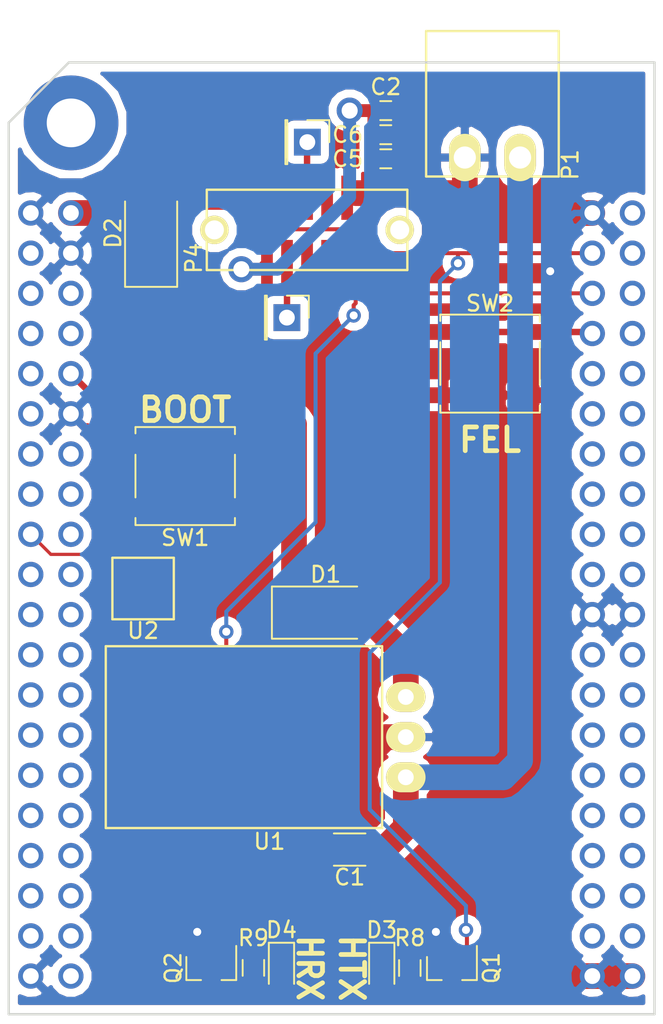
<source format=kicad_pcb>
(kicad_pcb (version 4) (host pcbnew 4.0.1-stable)

  (general
    (links 48)
    (no_connects 0)
    (area 73.584999 67.234999 114.629001 127.583001)
    (thickness 1.6)
    (drawings 9)
    (tracks 169)
    (zones 0)
    (modules 21)
    (nets 86)
  )

  (page A4)
  (title_block
    (title "SBV2-EB: Extension Board Name (File-> Page Settings)")
    (rev 1.0)
    (company Smoothieware.org)
  )

  (layers
    (0 F.Cu signal)
    (31 B.Cu signal)
    (32 B.Adhes user)
    (33 F.Adhes user)
    (34 B.Paste user)
    (35 F.Paste user)
    (36 B.SilkS user)
    (37 F.SilkS user)
    (38 B.Mask user)
    (39 F.Mask user)
    (40 Dwgs.User user)
    (41 Cmts.User user)
    (42 Eco1.User user)
    (43 Eco2.User user)
    (44 Edge.Cuts user)
    (45 Margin user)
    (46 B.CrtYd user)
    (47 F.CrtYd user)
    (48 B.Fab user)
    (49 F.Fab user)
  )

  (setup
    (last_trace_width 1.6256)
    (user_trace_width 0.254)
    (user_trace_width 0.4064)
    (user_trace_width 0.6096)
    (user_trace_width 0.8128)
    (user_trace_width 1.2192)
    (user_trace_width 1.6256)
    (user_trace_width 2.54)
    (trace_clearance 0.2032)
    (zone_clearance 0.508)
    (zone_45_only no)
    (trace_min 0.2)
    (segment_width 0.2)
    (edge_width 0.15)
    (via_size 0.7366)
    (via_drill 0.3302)
    (via_min_size 0.4)
    (via_min_drill 0.3)
    (user_via 0.9144 0.508)
    (user_via 1.27 0.762)
    (user_via 1.651 1.016)
    (user_via 2.032 1.27)
    (uvia_size 0.7366)
    (uvia_drill 0.3302)
    (uvias_allowed no)
    (uvia_min_size 0.2)
    (uvia_min_drill 0.1)
    (pcb_text_width 0.3)
    (pcb_text_size 1.5 1.5)
    (mod_edge_width 0.15)
    (mod_text_size 1 1)
    (mod_text_width 0.15)
    (pad_size 3.2 3.2)
    (pad_drill 3.2)
    (pad_to_mask_clearance 0.2)
    (aux_axis_origin 135 115)
    (visible_elements 7FFFFF7F)
    (pcbplotparams
      (layerselection 0x00030_80000001)
      (usegerberextensions false)
      (excludeedgelayer true)
      (linewidth 0.100000)
      (plotframeref false)
      (viasonmask false)
      (mode 1)
      (useauxorigin true)
      (hpglpennumber 1)
      (hpglpenspeed 20)
      (hpglpendiameter 15)
      (hpglpenoverlay 2)
      (psnegative false)
      (psa4output false)
      (plotreference true)
      (plotvalue true)
      (plotinvisibletext false)
      (padsonsilk false)
      (subtractmaskfromsilk false)
      (outputformat 1)
      (mirror false)
      (drillshape 0)
      (scaleselection 1)
      (outputdirectory ""))
  )

  (net 0 "")
  (net 1 "Net-(C1-Pad1)")
  (net 2 GND)
  (net 3 +3V3)
  (net 4 "Net-(D3-Pad1)")
  (net 5 +5V)
  (net 6 "Net-(D4-Pad1)")
  (net 7 "Net-(P2-Pad1)")
  (net 8 "Net-(P3-Pad1)")
  (net 9 "Net-(D2-Pad2)")
  (net 10 /HTXSRX)
  (net 11 /HRXSTX)
  (net 12 "Net-(P4-Pad7)")
  (net 13 "Net-(P4-Pad8)")
  (net 14 "Net-(P4-Pad9)")
  (net 15 "Net-(Q1-Pad3)")
  (net 16 "Net-(Q2-Pad3)")
  (net 17 "Net-(SW1-Pad2)")
  (net 18 "Net-(SW2-Pad2)")
  (net 19 "Net-(D1-Pad2)")
  (net 20 "Net-(U2-Pad2)")
  (net 21 "Net-(U3-Pad3)")
  (net 22 "Net-(U3-Pad5)")
  (net 23 "Net-(U3-Pad6)")
  (net 24 "Net-(U3-Pad7)")
  (net 25 "Net-(U3-Pad8)")
  (net 26 "Net-(U3-Pad9)")
  (net 27 "Net-(U3-Pad11)")
  (net 28 "Net-(U3-Pad13)")
  (net 29 "Net-(U3-Pad14)")
  (net 30 "Net-(U3-Pad15)")
  (net 31 "Net-(U3-Pad16)")
  (net 32 "Net-(U3-Pad18)")
  (net 33 "Net-(U3-Pad19)")
  (net 34 "Net-(U3-Pad20)")
  (net 35 "Net-(U3-Pad21)")
  (net 36 "Net-(U3-Pad22)")
  (net 37 "Net-(U3-Pad23)")
  (net 38 "Net-(U3-Pad24)")
  (net 39 "Net-(U3-Pad25)")
  (net 40 "Net-(U3-Pad26)")
  (net 41 "Net-(U3-Pad27)")
  (net 42 "Net-(U3-Pad28)")
  (net 43 "Net-(U3-Pad29)")
  (net 44 "Net-(U3-Pad30)")
  (net 45 "Net-(U3-Pad31)")
  (net 46 "Net-(U3-Pad32)")
  (net 47 "Net-(U3-Pad33)")
  (net 48 "Net-(U3-Pad34)")
  (net 49 "Net-(U3-Pad35)")
  (net 50 "Net-(U3-Pad36)")
  (net 51 "Net-(U3-Pad37)")
  (net 52 "Net-(U3-Pad38)")
  (net 53 "Net-(U3-Pad40)")
  (net 54 "Net-(U3-Pad42)")
  (net 55 "Net-(U3-Pad44)")
  (net 56 "Net-(U3-Pad46)")
  (net 57 "Net-(U3-Pad48)")
  (net 58 "Net-(U3-Pad49)")
  (net 59 "Net-(U3-Pad50)")
  (net 60 "Net-(U3-Pad51)")
  (net 61 "Net-(U3-Pad52)")
  (net 62 "Net-(U3-Pad53)")
  (net 63 "Net-(U3-Pad54)")
  (net 64 "Net-(U3-Pad55)")
  (net 65 "Net-(U3-Pad56)")
  (net 66 "Net-(U3-Pad57)")
  (net 67 "Net-(U3-Pad58)")
  (net 68 "Net-(U3-Pad59)")
  (net 69 "Net-(U3-Pad60)")
  (net 70 "Net-(U3-Pad63)")
  (net 71 "Net-(U3-Pad64)")
  (net 72 "Net-(U3-Pad65)")
  (net 73 "Net-(U3-Pad66)")
  (net 74 "Net-(U3-Pad67)")
  (net 75 "Net-(U3-Pad68)")
  (net 76 "Net-(U3-Pad69)")
  (net 77 "Net-(U3-Pad70)")
  (net 78 "Net-(U3-Pad71)")
  (net 79 "Net-(U3-Pad72)")
  (net 80 "Net-(U3-Pad73)")
  (net 81 "Net-(U3-Pad74)")
  (net 82 "Net-(U3-Pad75)")
  (net 83 "Net-(U3-Pad76)")
  (net 84 "Net-(U3-Pad77)")
  (net 85 "Net-(U3-Pad78)")

  (net_class Default "This is the default net class."
    (clearance 0.2032)
    (trace_width 0.2032)
    (via_dia 0.7366)
    (via_drill 0.3302)
    (uvia_dia 0.7366)
    (uvia_drill 0.3302)
    (add_net +3V3)
    (add_net +5V)
    (add_net /HRXSTX)
    (add_net /HTXSRX)
    (add_net GND)
    (add_net "Net-(C1-Pad1)")
    (add_net "Net-(D1-Pad2)")
    (add_net "Net-(D2-Pad2)")
    (add_net "Net-(D3-Pad1)")
    (add_net "Net-(D4-Pad1)")
    (add_net "Net-(P2-Pad1)")
    (add_net "Net-(P3-Pad1)")
    (add_net "Net-(P4-Pad7)")
    (add_net "Net-(P4-Pad8)")
    (add_net "Net-(P4-Pad9)")
    (add_net "Net-(Q1-Pad3)")
    (add_net "Net-(Q2-Pad3)")
    (add_net "Net-(SW1-Pad2)")
    (add_net "Net-(SW2-Pad2)")
    (add_net "Net-(U2-Pad2)")
    (add_net "Net-(U3-Pad11)")
    (add_net "Net-(U3-Pad13)")
    (add_net "Net-(U3-Pad14)")
    (add_net "Net-(U3-Pad15)")
    (add_net "Net-(U3-Pad16)")
    (add_net "Net-(U3-Pad18)")
    (add_net "Net-(U3-Pad19)")
    (add_net "Net-(U3-Pad20)")
    (add_net "Net-(U3-Pad21)")
    (add_net "Net-(U3-Pad22)")
    (add_net "Net-(U3-Pad23)")
    (add_net "Net-(U3-Pad24)")
    (add_net "Net-(U3-Pad25)")
    (add_net "Net-(U3-Pad26)")
    (add_net "Net-(U3-Pad27)")
    (add_net "Net-(U3-Pad28)")
    (add_net "Net-(U3-Pad29)")
    (add_net "Net-(U3-Pad3)")
    (add_net "Net-(U3-Pad30)")
    (add_net "Net-(U3-Pad31)")
    (add_net "Net-(U3-Pad32)")
    (add_net "Net-(U3-Pad33)")
    (add_net "Net-(U3-Pad34)")
    (add_net "Net-(U3-Pad35)")
    (add_net "Net-(U3-Pad36)")
    (add_net "Net-(U3-Pad37)")
    (add_net "Net-(U3-Pad38)")
    (add_net "Net-(U3-Pad40)")
    (add_net "Net-(U3-Pad42)")
    (add_net "Net-(U3-Pad44)")
    (add_net "Net-(U3-Pad46)")
    (add_net "Net-(U3-Pad48)")
    (add_net "Net-(U3-Pad49)")
    (add_net "Net-(U3-Pad5)")
    (add_net "Net-(U3-Pad50)")
    (add_net "Net-(U3-Pad51)")
    (add_net "Net-(U3-Pad52)")
    (add_net "Net-(U3-Pad53)")
    (add_net "Net-(U3-Pad54)")
    (add_net "Net-(U3-Pad55)")
    (add_net "Net-(U3-Pad56)")
    (add_net "Net-(U3-Pad57)")
    (add_net "Net-(U3-Pad58)")
    (add_net "Net-(U3-Pad59)")
    (add_net "Net-(U3-Pad6)")
    (add_net "Net-(U3-Pad60)")
    (add_net "Net-(U3-Pad63)")
    (add_net "Net-(U3-Pad64)")
    (add_net "Net-(U3-Pad65)")
    (add_net "Net-(U3-Pad66)")
    (add_net "Net-(U3-Pad67)")
    (add_net "Net-(U3-Pad68)")
    (add_net "Net-(U3-Pad69)")
    (add_net "Net-(U3-Pad7)")
    (add_net "Net-(U3-Pad70)")
    (add_net "Net-(U3-Pad71)")
    (add_net "Net-(U3-Pad72)")
    (add_net "Net-(U3-Pad73)")
    (add_net "Net-(U3-Pad74)")
    (add_net "Net-(U3-Pad75)")
    (add_net "Net-(U3-Pad76)")
    (add_net "Net-(U3-Pad77)")
    (add_net "Net-(U3-Pad78)")
    (add_net "Net-(U3-Pad8)")
    (add_net "Net-(U3-Pad9)")
  )

  (module C.H.I.P:C.H.I.P (layer F.Cu) (tedit 58BCBC48) (tstamp 58BCB4CE)
    (at 94.107 99.695)
    (path /58BCB037)
    (fp_text reference U3 (at 16.51 -34.29) (layer F.SilkS) hide
      (effects (font (size 1 1) (thickness 0.15)))
    )
    (fp_text value C.H.I.P (at -13.97 -34.29) (layer F.Fab)
      (effects (font (size 1 1) (thickness 0.15)))
    )
    (fp_line (start -16.5 -32.56) (end -20.5 -28.56) (layer F.Fab) (width 1))
    (fp_line (start 20.5 27.94) (end 20.5 -32.56) (layer F.Fab) (width 1))
    (fp_line (start 20.5 27.94) (end -20.5 27.94) (layer F.Fab) (width 1))
    (fp_line (start -20.5 27.94) (end -20.5 -28.56) (layer F.Fab) (width 1))
    (fp_line (start 20.5 -32.56) (end -16.5 -32.56) (layer F.Fab) (width 1))
    (pad 1 thru_hole circle (at -19.05 -22.86) (size 1.6 1.6) (drill 1) (layers *.Cu *.Mask)
      (net 2 GND))
    (pad 41 thru_hole circle (at 16.51 -22.86) (size 1.6 1.6) (drill 1) (layers *.Cu *.Mask)
      (net 2 GND))
    (pad 2 thru_hole circle (at -16.51 -22.86) (size 1.6 1.6) (drill 1) (layers *.Cu *.Mask)
      (net 5 +5V))
    (pad 3 thru_hole circle (at -19.05 -20.32) (size 1.6 1.6) (drill 1) (layers *.Cu *.Mask)
      (net 21 "Net-(U3-Pad3)"))
    (pad 4 thru_hole circle (at -16.51 -20.32) (size 1.6 1.6) (drill 1) (layers *.Cu *.Mask)
      (net 2 GND))
    (pad 5 thru_hole circle (at -19.05 -17.78) (size 1.6 1.6) (drill 1) (layers *.Cu *.Mask)
      (net 22 "Net-(U3-Pad5)"))
    (pad 6 thru_hole circle (at -16.51 -17.78) (size 1.6 1.6) (drill 1) (layers *.Cu *.Mask)
      (net 23 "Net-(U3-Pad6)"))
    (pad 7 thru_hole circle (at -19.05 -15.24) (size 1.6 1.6) (drill 1) (layers *.Cu *.Mask)
      (net 24 "Net-(U3-Pad7)"))
    (pad 8 thru_hole circle (at -16.51 -15.24) (size 1.6 1.6) (drill 1) (layers *.Cu *.Mask)
      (net 25 "Net-(U3-Pad8)"))
    (pad 9 thru_hole circle (at -19.05 -12.7) (size 1.6 1.6) (drill 1) (layers *.Cu *.Mask)
      (net 26 "Net-(U3-Pad9)"))
    (pad 10 thru_hole circle (at -16.51 -12.7) (size 1.6 1.6) (drill 1) (layers *.Cu *.Mask)
      (net 17 "Net-(SW1-Pad2)"))
    (pad 11 thru_hole circle (at -19.05 -10.16) (size 1.6 1.6) (drill 1) (layers *.Cu *.Mask)
      (net 27 "Net-(U3-Pad11)"))
    (pad 12 thru_hole circle (at -16.51 -10.16) (size 1.6 1.6) (drill 1) (layers *.Cu *.Mask)
      (net 2 GND))
    (pad 13 thru_hole circle (at -19.05 -7.62) (size 1.6 1.6) (drill 1) (layers *.Cu *.Mask)
      (net 28 "Net-(U3-Pad13)"))
    (pad 14 thru_hole circle (at -16.51 -7.62) (size 1.6 1.6) (drill 1) (layers *.Cu *.Mask)
      (net 29 "Net-(U3-Pad14)"))
    (pad 15 thru_hole circle (at -19.05 -5.08) (size 1.6 1.6) (drill 1) (layers *.Cu *.Mask)
      (net 30 "Net-(U3-Pad15)"))
    (pad 16 thru_hole circle (at -16.51 -5.08) (size 1.6 1.6) (drill 1) (layers *.Cu *.Mask)
      (net 31 "Net-(U3-Pad16)"))
    (pad 17 thru_hole circle (at -19.05 -2.54) (size 1.6 1.6) (drill 1) (layers *.Cu *.Mask)
      (net 20 "Net-(U2-Pad2)"))
    (pad 18 thru_hole circle (at -16.51 -2.54) (size 1.6 1.6) (drill 1) (layers *.Cu *.Mask)
      (net 32 "Net-(U3-Pad18)"))
    (pad 19 thru_hole circle (at -19.05 0) (size 1.6 1.6) (drill 1) (layers *.Cu *.Mask)
      (net 33 "Net-(U3-Pad19)"))
    (pad 20 thru_hole circle (at -16.51 0) (size 1.6 1.6) (drill 1) (layers *.Cu *.Mask)
      (net 34 "Net-(U3-Pad20)"))
    (pad 21 thru_hole circle (at -19.05 2.54) (size 1.6 1.6) (drill 1) (layers *.Cu *.Mask)
      (net 35 "Net-(U3-Pad21)"))
    (pad 22 thru_hole circle (at -16.51 2.54) (size 1.6 1.6) (drill 1) (layers *.Cu *.Mask)
      (net 36 "Net-(U3-Pad22)"))
    (pad 23 thru_hole circle (at -19.05 5.08) (size 1.6 1.6) (drill 1) (layers *.Cu *.Mask)
      (net 37 "Net-(U3-Pad23)"))
    (pad 24 thru_hole circle (at -16.51 5.08) (size 1.6 1.6) (drill 1) (layers *.Cu *.Mask)
      (net 38 "Net-(U3-Pad24)"))
    (pad 25 thru_hole circle (at -19.05 7.62) (size 1.6 1.6) (drill 1) (layers *.Cu *.Mask)
      (net 39 "Net-(U3-Pad25)"))
    (pad 26 thru_hole circle (at -16.51 7.62) (size 1.6 1.6) (drill 1) (layers *.Cu *.Mask)
      (net 40 "Net-(U3-Pad26)"))
    (pad 27 thru_hole circle (at -19.05 10.16) (size 1.6 1.6) (drill 1) (layers *.Cu *.Mask)
      (net 41 "Net-(U3-Pad27)"))
    (pad 28 thru_hole circle (at -16.51 10.16) (size 1.6 1.6) (drill 1) (layers *.Cu *.Mask)
      (net 42 "Net-(U3-Pad28)"))
    (pad 29 thru_hole circle (at -19.05 12.7) (size 1.6 1.6) (drill 1) (layers *.Cu *.Mask)
      (net 43 "Net-(U3-Pad29)"))
    (pad 30 thru_hole circle (at -16.51 12.7) (size 1.6 1.6) (drill 1) (layers *.Cu *.Mask)
      (net 44 "Net-(U3-Pad30)"))
    (pad 31 thru_hole circle (at -19.05 15.24) (size 1.6 1.6) (drill 1) (layers *.Cu *.Mask)
      (net 45 "Net-(U3-Pad31)"))
    (pad 32 thru_hole circle (at -16.51 15.24) (size 1.6 1.6) (drill 1) (layers *.Cu *.Mask)
      (net 46 "Net-(U3-Pad32)"))
    (pad 33 thru_hole circle (at -19.05 17.78) (size 1.6 1.6) (drill 1) (layers *.Cu *.Mask)
      (net 47 "Net-(U3-Pad33)"))
    (pad 34 thru_hole circle (at -16.51 17.78) (size 1.6 1.6) (drill 1) (layers *.Cu *.Mask)
      (net 48 "Net-(U3-Pad34)"))
    (pad 35 thru_hole circle (at -19.05 20.32) (size 1.6 1.6) (drill 1) (layers *.Cu *.Mask)
      (net 49 "Net-(U3-Pad35)"))
    (pad 36 thru_hole circle (at -16.51 20.32) (size 1.6 1.6) (drill 1) (layers *.Cu *.Mask)
      (net 50 "Net-(U3-Pad36)"))
    (pad 37 thru_hole circle (at -19.05 22.86) (size 1.6 1.6) (drill 1) (layers *.Cu *.Mask)
      (net 51 "Net-(U3-Pad37)"))
    (pad 38 thru_hole circle (at -16.51 22.86) (size 1.6 1.6) (drill 1) (layers *.Cu *.Mask)
      (net 52 "Net-(U3-Pad38)"))
    (pad 39 thru_hole circle (at -19.05 25.4) (size 1.6 1.6) (drill 1) (layers *.Cu *.Mask)
      (net 2 GND))
    (pad 40 thru_hole circle (at -16.51 25.4) (size 1.6 1.6) (drill 1) (layers *.Cu *.Mask)
      (net 53 "Net-(U3-Pad40)"))
    (pad 42 thru_hole circle (at 19.05 -22.86) (size 1.6 1.6) (drill 1) (layers *.Cu *.Mask)
      (net 54 "Net-(U3-Pad42)"))
    (pad 43 thru_hole circle (at 16.51 -20.32) (size 1.6 1.6) (drill 1) (layers *.Cu *.Mask)
      (net 10 /HTXSRX))
    (pad 44 thru_hole circle (at 19.05 -20.32) (size 1.6 1.6) (drill 1) (layers *.Cu *.Mask)
      (net 55 "Net-(U3-Pad44)"))
    (pad 45 thru_hole circle (at 16.51 -17.78) (size 1.6 1.6) (drill 1) (layers *.Cu *.Mask)
      (net 11 /HRXSTX))
    (pad 46 thru_hole circle (at 19.05 -17.78) (size 1.6 1.6) (drill 1) (layers *.Cu *.Mask)
      (net 56 "Net-(U3-Pad46)"))
    (pad 47 thru_hole circle (at 16.51 -15.24) (size 1.6 1.6) (drill 1) (layers *.Cu *.Mask)
      (net 18 "Net-(SW2-Pad2)"))
    (pad 48 thru_hole circle (at 19.05 -15.24) (size 1.6 1.6) (drill 1) (layers *.Cu *.Mask)
      (net 57 "Net-(U3-Pad48)"))
    (pad 49 thru_hole circle (at 16.51 -12.7) (size 1.6 1.6) (drill 1) (layers *.Cu *.Mask)
      (net 58 "Net-(U3-Pad49)"))
    (pad 50 thru_hole circle (at 19.05 -12.7) (size 1.6 1.6) (drill 1) (layers *.Cu *.Mask)
      (net 59 "Net-(U3-Pad50)"))
    (pad 51 thru_hole circle (at 16.51 -10.16) (size 1.6 1.6) (drill 1) (layers *.Cu *.Mask)
      (net 60 "Net-(U3-Pad51)"))
    (pad 52 thru_hole circle (at 19.05 -10.16) (size 1.6 1.6) (drill 1) (layers *.Cu *.Mask)
      (net 61 "Net-(U3-Pad52)"))
    (pad 53 thru_hole circle (at 16.51 -7.62) (size 1.6 1.6) (drill 1) (layers *.Cu *.Mask)
      (net 62 "Net-(U3-Pad53)"))
    (pad 54 thru_hole circle (at 19.05 -7.62) (size 1.6 1.6) (drill 1) (layers *.Cu *.Mask)
      (net 63 "Net-(U3-Pad54)"))
    (pad 55 thru_hole circle (at 16.51 -5.08) (size 1.6 1.6) (drill 1) (layers *.Cu *.Mask)
      (net 64 "Net-(U3-Pad55)"))
    (pad 56 thru_hole circle (at 19.05 -5.08) (size 1.6 1.6) (drill 1) (layers *.Cu *.Mask)
      (net 65 "Net-(U3-Pad56)"))
    (pad 57 thru_hole circle (at 16.51 -2.54) (size 1.6 1.6) (drill 1) (layers *.Cu *.Mask)
      (net 66 "Net-(U3-Pad57)"))
    (pad 58 thru_hole circle (at 19.05 -2.54) (size 1.6 1.6) (drill 1) (layers *.Cu *.Mask)
      (net 67 "Net-(U3-Pad58)"))
    (pad 59 thru_hole circle (at 16.51 0) (size 1.6 1.6) (drill 1) (layers *.Cu *.Mask)
      (net 68 "Net-(U3-Pad59)"))
    (pad 60 thru_hole circle (at 19.05 0) (size 1.6 1.6) (drill 1) (layers *.Cu *.Mask)
      (net 69 "Net-(U3-Pad60)"))
    (pad 61 thru_hole circle (at 16.51 2.54) (size 1.6 1.6) (drill 1) (layers *.Cu *.Mask)
      (net 2 GND))
    (pad 62 thru_hole circle (at 19.05 2.54) (size 1.6 1.6) (drill 1) (layers *.Cu *.Mask)
      (net 2 GND))
    (pad 63 thru_hole circle (at 16.51 5.08) (size 1.6 1.6) (drill 1) (layers *.Cu *.Mask)
      (net 70 "Net-(U3-Pad63)"))
    (pad 64 thru_hole circle (at 19.05 5.08) (size 1.6 1.6) (drill 1) (layers *.Cu *.Mask)
      (net 71 "Net-(U3-Pad64)"))
    (pad 65 thru_hole circle (at 16.51 7.62) (size 1.6 1.6) (drill 1) (layers *.Cu *.Mask)
      (net 72 "Net-(U3-Pad65)"))
    (pad 66 thru_hole circle (at 19.05 7.62) (size 1.6 1.6) (drill 1) (layers *.Cu *.Mask)
      (net 73 "Net-(U3-Pad66)"))
    (pad 67 thru_hole circle (at 16.51 10.16) (size 1.6 1.6) (drill 1) (layers *.Cu *.Mask)
      (net 74 "Net-(U3-Pad67)"))
    (pad 68 thru_hole circle (at 19.05 10.16) (size 1.6 1.6) (drill 1) (layers *.Cu *.Mask)
      (net 75 "Net-(U3-Pad68)"))
    (pad 69 thru_hole circle (at 16.51 12.7) (size 1.6 1.6) (drill 1) (layers *.Cu *.Mask)
      (net 76 "Net-(U3-Pad69)"))
    (pad 70 thru_hole circle (at 19.05 12.7) (size 1.6 1.6) (drill 1) (layers *.Cu *.Mask)
      (net 77 "Net-(U3-Pad70)"))
    (pad 71 thru_hole circle (at 16.51 15.24) (size 1.6 1.6) (drill 1) (layers *.Cu *.Mask)
      (net 78 "Net-(U3-Pad71)"))
    (pad 72 thru_hole circle (at 19.05 15.24) (size 1.6 1.6) (drill 1) (layers *.Cu *.Mask)
      (net 79 "Net-(U3-Pad72)"))
    (pad 73 thru_hole circle (at 16.51 17.78) (size 1.6 1.6) (drill 1) (layers *.Cu *.Mask)
      (net 80 "Net-(U3-Pad73)"))
    (pad 74 thru_hole circle (at 19.05 17.78) (size 1.6 1.6) (drill 1) (layers *.Cu *.Mask)
      (net 81 "Net-(U3-Pad74)"))
    (pad 75 thru_hole circle (at 16.51 20.32) (size 1.6 1.6) (drill 1) (layers *.Cu *.Mask)
      (net 82 "Net-(U3-Pad75)"))
    (pad 76 thru_hole circle (at 19.05 20.32) (size 1.6 1.6) (drill 1) (layers *.Cu *.Mask)
      (net 83 "Net-(U3-Pad76)"))
    (pad 77 thru_hole circle (at 16.51 22.86) (size 1.6 1.6) (drill 1) (layers *.Cu *.Mask)
      (net 84 "Net-(U3-Pad77)"))
    (pad 78 thru_hole circle (at 19.05 22.86) (size 1.6 1.6) (drill 1) (layers *.Cu *.Mask)
      (net 85 "Net-(U3-Pad78)"))
    (pad 79 thru_hole circle (at 16.51 25.4) (size 1.6 1.6) (drill 1) (layers *.Cu *.Mask)
      (net 2 GND))
    (pad 80 thru_hole circle (at 19.05 25.4) (size 1.6 1.6) (drill 1) (layers *.Cu *.Mask)
      (net 2 GND))
    (pad "" np_thru_hole circle (at -16.5 -28.56) (size 6 6) (drill 3.08) (layers *.Cu *.Mask))
    (model ${KIPRJMOD}/Footprints/3Dfiles/Pin_Header_Straight_2x20_Pitch2.54mm.wrl
      (at (xyz -0.7 -0.05 -0.06299200000000001))
      (scale (xyz 1 1 1))
      (rotate (xyz 0 180 90))
    )
    (model ${KIPRJMOD}/Footprints/3Dfiles/Pin_Header_Straight_2x20_Pitch2.54mm.wrl
      (at (xyz 0.7 -0.05 -0.06299200000000001))
      (scale (xyz 1 1 1))
      (rotate (xyz 0 180 90))
    )
  )

  (module Diodes_SMD:D_0805 (layer F.Cu) (tedit 586A4032) (tstamp 58BCAC2F)
    (at 97.282 124.587 270)
    (descr "Diode SMD in 0805 package")
    (tags "smd diode")
    (path /58894070)
    (attr smd)
    (fp_text reference D3 (at -2.413 0 360) (layer F.SilkS)
      (effects (font (size 1 1) (thickness 0.15)))
    )
    (fp_text value HTX (at 0 -1.6 270) (layer F.Fab)
      (effects (font (size 1 1) (thickness 0.15)))
    )
    (fp_line (start -1.6 -0.8) (end -1.6 0.8) (layer F.SilkS) (width 0.12))
    (fp_line (start -1.7 0.88) (end -1.7 -0.88) (layer F.CrtYd) (width 0.05))
    (fp_line (start 1.7 0.88) (end -1.7 0.88) (layer F.CrtYd) (width 0.05))
    (fp_line (start 1.7 -0.88) (end 1.7 0.88) (layer F.CrtYd) (width 0.05))
    (fp_line (start -1.7 -0.88) (end 1.7 -0.88) (layer F.CrtYd) (width 0.05))
    (fp_line (start 0.2 0) (end 0.4 0) (layer F.Fab) (width 0.1))
    (fp_line (start -0.1 0) (end -0.3 0) (layer F.Fab) (width 0.1))
    (fp_line (start -0.1 -0.2) (end -0.1 0.2) (layer F.Fab) (width 0.1))
    (fp_line (start 0.2 0.2) (end 0.2 -0.2) (layer F.Fab) (width 0.1))
    (fp_line (start -0.1 0) (end 0.2 0.2) (layer F.Fab) (width 0.1))
    (fp_line (start 0.2 -0.2) (end -0.1 0) (layer F.Fab) (width 0.1))
    (fp_line (start -1 0.625) (end -1 -0.625) (layer F.Fab) (width 0.1))
    (fp_line (start 1 0.625) (end -1 0.625) (layer F.Fab) (width 0.1))
    (fp_line (start 1 -0.625) (end 1 0.625) (layer F.Fab) (width 0.1))
    (fp_line (start -1 -0.625) (end 1 -0.625) (layer F.Fab) (width 0.1))
    (fp_line (start -1.6 0.8) (end 1 0.8) (layer F.SilkS) (width 0.12))
    (fp_line (start -1.6 -0.8) (end 1 -0.8) (layer F.SilkS) (width 0.12))
    (pad 1 smd rect (at -1.05 0 270) (size 0.8 0.9) (layers F.Cu F.Paste F.Mask)
      (net 4 "Net-(D3-Pad1)"))
    (pad 2 smd rect (at 1.05 0 270) (size 0.8 0.9) (layers F.Cu F.Paste F.Mask)
      (net 5 +5V))
  )

  (module TO_SOT_Packages_SMD:SOT-23 (layer F.Cu) (tedit 5883B105) (tstamp 58BCAC5C)
    (at 101.727 124.587 270)
    (descr "SOT-23, Standard")
    (tags SOT-23)
    (path /58897C44)
    (attr smd)
    (fp_text reference Q1 (at 0 -2.5 270) (layer F.SilkS)
      (effects (font (size 1 1) (thickness 0.15)))
    )
    (fp_text value BSS214N (at 0 2.5 270) (layer F.Fab)
      (effects (font (size 1 1) (thickness 0.15)))
    )
    (fp_line (start -0.7 -0.95) (end -0.7 1.5) (layer F.Fab) (width 0.1))
    (fp_line (start -0.15 -1.52) (end 0.7 -1.52) (layer F.Fab) (width 0.1))
    (fp_line (start -0.7 -0.95) (end -0.15 -1.52) (layer F.Fab) (width 0.1))
    (fp_line (start 0.7 -1.52) (end 0.7 1.52) (layer F.Fab) (width 0.1))
    (fp_line (start -0.7 1.52) (end 0.7 1.52) (layer F.Fab) (width 0.1))
    (fp_line (start 0.76 1.58) (end 0.76 0.65) (layer F.SilkS) (width 0.12))
    (fp_line (start 0.76 -1.58) (end 0.76 -0.65) (layer F.SilkS) (width 0.12))
    (fp_line (start -1.7 -1.75) (end 1.7 -1.75) (layer F.CrtYd) (width 0.05))
    (fp_line (start 1.7 -1.75) (end 1.7 1.75) (layer F.CrtYd) (width 0.05))
    (fp_line (start 1.7 1.75) (end -1.7 1.75) (layer F.CrtYd) (width 0.05))
    (fp_line (start -1.7 1.75) (end -1.7 -1.75) (layer F.CrtYd) (width 0.05))
    (fp_line (start 0.76 -1.58) (end -1.4 -1.58) (layer F.SilkS) (width 0.12))
    (fp_line (start 0.76 1.58) (end -0.7 1.58) (layer F.SilkS) (width 0.12))
    (pad 1 smd rect (at -1 -0.95 270) (size 0.9 0.8) (layers F.Cu F.Paste F.Mask)
      (net 10 /HTXSRX))
    (pad 2 smd rect (at -1 0.95 270) (size 0.9 0.8) (layers F.Cu F.Paste F.Mask)
      (net 2 GND))
    (pad 3 smd rect (at 1 0 270) (size 0.9 0.8) (layers F.Cu F.Paste F.Mask)
      (net 15 "Net-(Q1-Pad3)"))
    (model TO_SOT_Packages_SMD.3dshapes/SOT-23.wrl
      (at (xyz 0 0 0))
      (scale (xyz 1 1 1))
      (rotate (xyz 0 0 90))
    )
  )

  (module Resistors_SMD:R_0603 (layer F.Cu) (tedit 58AAD9CA) (tstamp 58BCAC69)
    (at 99.06 124.587 90)
    (descr "Resistor SMD 0603, reflow soldering, Vishay (see dcrcw.pdf)")
    (tags "resistor 0603")
    (path /58896173)
    (attr smd)
    (fp_text reference R8 (at 1.905 0 180) (layer F.SilkS)
      (effects (font (size 1 1) (thickness 0.15)))
    )
    (fp_text value 220R (at 0 1.5 90) (layer F.Fab)
      (effects (font (size 1 1) (thickness 0.15)))
    )
    (fp_text user %R (at 0 -1.45 90) (layer F.Fab)
      (effects (font (size 1 1) (thickness 0.15)))
    )
    (fp_line (start -0.8 0.4) (end -0.8 -0.4) (layer F.Fab) (width 0.1))
    (fp_line (start 0.8 0.4) (end -0.8 0.4) (layer F.Fab) (width 0.1))
    (fp_line (start 0.8 -0.4) (end 0.8 0.4) (layer F.Fab) (width 0.1))
    (fp_line (start -0.8 -0.4) (end 0.8 -0.4) (layer F.Fab) (width 0.1))
    (fp_line (start 0.5 0.68) (end -0.5 0.68) (layer F.SilkS) (width 0.12))
    (fp_line (start -0.5 -0.68) (end 0.5 -0.68) (layer F.SilkS) (width 0.12))
    (fp_line (start -1.25 -0.7) (end 1.25 -0.7) (layer F.CrtYd) (width 0.05))
    (fp_line (start -1.25 -0.7) (end -1.25 0.7) (layer F.CrtYd) (width 0.05))
    (fp_line (start 1.25 0.7) (end 1.25 -0.7) (layer F.CrtYd) (width 0.05))
    (fp_line (start 1.25 0.7) (end -1.25 0.7) (layer F.CrtYd) (width 0.05))
    (pad 1 smd rect (at -0.75 0 90) (size 0.5 0.9) (layers F.Cu F.Paste F.Mask)
      (net 15 "Net-(Q1-Pad3)"))
    (pad 2 smd rect (at 0.75 0 90) (size 0.5 0.9) (layers F.Cu F.Paste F.Mask)
      (net 4 "Net-(D3-Pad1)"))
    (model Resistors_SMD.3dshapes/R_0603.wrl
      (at (xyz 0 0 0))
      (scale (xyz 1 1 1))
      (rotate (xyz 0 0 0))
    )
  )

  (module Resistors_SMD:R_0603 (layer F.Cu) (tedit 58AAD9CA) (tstamp 58BCAC6F)
    (at 89.154 124.575 90)
    (descr "Resistor SMD 0603, reflow soldering, Vishay (see dcrcw.pdf)")
    (tags "resistor 0603")
    (path /588966E3)
    (attr smd)
    (fp_text reference R9 (at 1.893 0 180) (layer F.SilkS)
      (effects (font (size 1 1) (thickness 0.15)))
    )
    (fp_text value 220R (at 0 1.5 90) (layer F.Fab)
      (effects (font (size 1 1) (thickness 0.15)))
    )
    (fp_text user %R (at 0 -1.45 90) (layer F.Fab)
      (effects (font (size 1 1) (thickness 0.15)))
    )
    (fp_line (start -0.8 0.4) (end -0.8 -0.4) (layer F.Fab) (width 0.1))
    (fp_line (start 0.8 0.4) (end -0.8 0.4) (layer F.Fab) (width 0.1))
    (fp_line (start 0.8 -0.4) (end 0.8 0.4) (layer F.Fab) (width 0.1))
    (fp_line (start -0.8 -0.4) (end 0.8 -0.4) (layer F.Fab) (width 0.1))
    (fp_line (start 0.5 0.68) (end -0.5 0.68) (layer F.SilkS) (width 0.12))
    (fp_line (start -0.5 -0.68) (end 0.5 -0.68) (layer F.SilkS) (width 0.12))
    (fp_line (start -1.25 -0.7) (end 1.25 -0.7) (layer F.CrtYd) (width 0.05))
    (fp_line (start -1.25 -0.7) (end -1.25 0.7) (layer F.CrtYd) (width 0.05))
    (fp_line (start 1.25 0.7) (end 1.25 -0.7) (layer F.CrtYd) (width 0.05))
    (fp_line (start 1.25 0.7) (end -1.25 0.7) (layer F.CrtYd) (width 0.05))
    (pad 1 smd rect (at -0.75 0 90) (size 0.5 0.9) (layers F.Cu F.Paste F.Mask)
      (net 16 "Net-(Q2-Pad3)"))
    (pad 2 smd rect (at 0.75 0 90) (size 0.5 0.9) (layers F.Cu F.Paste F.Mask)
      (net 6 "Net-(D4-Pad1)"))
    (model Resistors_SMD.3dshapes/R_0603.wrl
      (at (xyz 0 0 0))
      (scale (xyz 1 1 1))
      (rotate (xyz 0 0 0))
    )
  )

  (module Diodes_SMD:D_0805 (layer F.Cu) (tedit 586A4032) (tstamp 58BCAC35)
    (at 90.932 124.587 270)
    (descr "Diode SMD in 0805 package")
    (tags "smd diode")
    (path /58894466)
    (attr smd)
    (fp_text reference D4 (at -2.413 0 360) (layer F.SilkS)
      (effects (font (size 1 1) (thickness 0.15)))
    )
    (fp_text value HRX (at 0 -1.6 270) (layer F.Fab)
      (effects (font (size 1 1) (thickness 0.15)))
    )
    (fp_line (start -1.6 -0.8) (end -1.6 0.8) (layer F.SilkS) (width 0.12))
    (fp_line (start -1.7 0.88) (end -1.7 -0.88) (layer F.CrtYd) (width 0.05))
    (fp_line (start 1.7 0.88) (end -1.7 0.88) (layer F.CrtYd) (width 0.05))
    (fp_line (start 1.7 -0.88) (end 1.7 0.88) (layer F.CrtYd) (width 0.05))
    (fp_line (start -1.7 -0.88) (end 1.7 -0.88) (layer F.CrtYd) (width 0.05))
    (fp_line (start 0.2 0) (end 0.4 0) (layer F.Fab) (width 0.1))
    (fp_line (start -0.1 0) (end -0.3 0) (layer F.Fab) (width 0.1))
    (fp_line (start -0.1 -0.2) (end -0.1 0.2) (layer F.Fab) (width 0.1))
    (fp_line (start 0.2 0.2) (end 0.2 -0.2) (layer F.Fab) (width 0.1))
    (fp_line (start -0.1 0) (end 0.2 0.2) (layer F.Fab) (width 0.1))
    (fp_line (start 0.2 -0.2) (end -0.1 0) (layer F.Fab) (width 0.1))
    (fp_line (start -1 0.625) (end -1 -0.625) (layer F.Fab) (width 0.1))
    (fp_line (start 1 0.625) (end -1 0.625) (layer F.Fab) (width 0.1))
    (fp_line (start 1 -0.625) (end 1 0.625) (layer F.Fab) (width 0.1))
    (fp_line (start -1 -0.625) (end 1 -0.625) (layer F.Fab) (width 0.1))
    (fp_line (start -1.6 0.8) (end 1 0.8) (layer F.SilkS) (width 0.12))
    (fp_line (start -1.6 -0.8) (end 1 -0.8) (layer F.SilkS) (width 0.12))
    (pad 1 smd rect (at -1.05 0 270) (size 0.8 0.9) (layers F.Cu F.Paste F.Mask)
      (net 6 "Net-(D4-Pad1)"))
    (pad 2 smd rect (at 1.05 0 270) (size 0.8 0.9) (layers F.Cu F.Paste F.Mask)
      (net 5 +5V))
  )

  (module TO_SOT_Packages_SMD:SOT-23 (layer F.Cu) (tedit 5883B105) (tstamp 58BCAC63)
    (at 86.487 124.587 270)
    (descr "SOT-23, Standard")
    (tags SOT-23)
    (path /58897D0A)
    (attr smd)
    (fp_text reference Q2 (at 0 2.413 450) (layer F.SilkS)
      (effects (font (size 1 1) (thickness 0.15)))
    )
    (fp_text value BSS214N (at 0 2.5 270) (layer F.Fab)
      (effects (font (size 1 1) (thickness 0.15)))
    )
    (fp_line (start -0.7 -0.95) (end -0.7 1.5) (layer F.Fab) (width 0.1))
    (fp_line (start -0.15 -1.52) (end 0.7 -1.52) (layer F.Fab) (width 0.1))
    (fp_line (start -0.7 -0.95) (end -0.15 -1.52) (layer F.Fab) (width 0.1))
    (fp_line (start 0.7 -1.52) (end 0.7 1.52) (layer F.Fab) (width 0.1))
    (fp_line (start -0.7 1.52) (end 0.7 1.52) (layer F.Fab) (width 0.1))
    (fp_line (start 0.76 1.58) (end 0.76 0.65) (layer F.SilkS) (width 0.12))
    (fp_line (start 0.76 -1.58) (end 0.76 -0.65) (layer F.SilkS) (width 0.12))
    (fp_line (start -1.7 -1.75) (end 1.7 -1.75) (layer F.CrtYd) (width 0.05))
    (fp_line (start 1.7 -1.75) (end 1.7 1.75) (layer F.CrtYd) (width 0.05))
    (fp_line (start 1.7 1.75) (end -1.7 1.75) (layer F.CrtYd) (width 0.05))
    (fp_line (start -1.7 1.75) (end -1.7 -1.75) (layer F.CrtYd) (width 0.05))
    (fp_line (start 0.76 -1.58) (end -1.4 -1.58) (layer F.SilkS) (width 0.12))
    (fp_line (start 0.76 1.58) (end -0.7 1.58) (layer F.SilkS) (width 0.12))
    (pad 1 smd rect (at -1 -0.95 270) (size 0.9 0.8) (layers F.Cu F.Paste F.Mask)
      (net 11 /HRXSTX))
    (pad 2 smd rect (at -1 0.95 270) (size 0.9 0.8) (layers F.Cu F.Paste F.Mask)
      (net 2 GND))
    (pad 3 smd rect (at 1 0 270) (size 0.9 0.8) (layers F.Cu F.Paste F.Mask)
      (net 16 "Net-(Q2-Pad3)"))
    (model TO_SOT_Packages_SMD.3dshapes/SOT-23.wrl
      (at (xyz 0 0 0))
      (scale (xyz 1 1 1))
      (rotate (xyz 0 0 90))
    )
  )

  (module Smoothie-Connectors:SHF-105-01-L-D-SM-LC (layer F.Cu) (tedit 5770063E) (tstamp 58BCAC55)
    (at 92.552816 77.902084)
    (path /58712882)
    (fp_text reference P4 (at -7.1755 1.7907 90) (layer F.SilkS)
      (effects (font (size 1 1) (thickness 0.15)))
    )
    (fp_text value CONN_02X05 (at 0.762 -12.7) (layer F.Fab)
      (effects (font (size 1 1) (thickness 0.15)))
    )
    (fp_line (start -6.35 -2.54) (end 6.35 -2.54) (layer F.SilkS) (width 0.15))
    (fp_line (start 6.35 -2.54) (end 6.35 2.54) (layer F.SilkS) (width 0.15))
    (fp_line (start -6.35 2.54) (end 6.35 2.54) (layer F.SilkS) (width 0.15))
    (fp_line (start -6.35 -2.54) (end -6.35 2.54) (layer F.SilkS) (width 0.15))
    (pad 11 thru_hole circle (at -5.8675 0) (size 1.8 1.8) (drill 1.2) (layers *.Cu *.Mask F.SilkS))
    (pad 11 thru_hole circle (at 5.8675 0) (size 1.8 1.8) (drill 1.2) (layers *.Cu *.Mask F.SilkS))
    (pad 1 smd rect (at -2.54 2.0325) (size 0.74 2.795) (layers F.Cu F.Paste F.Mask)
      (net 3 +3V3))
    (pad 2 smd rect (at -2.54 -2.0325) (size 0.74 2.795) (layers F.Cu F.Paste F.Mask)
      (net 9 "Net-(D2-Pad2)"))
    (pad 3 smd rect (at -1.27 2.0325) (size 0.74 2.795) (layers F.Cu F.Paste F.Mask)
      (net 7 "Net-(P2-Pad1)"))
    (pad 4 smd rect (at -1.27 -2.0325) (size 0.74 2.795) (layers F.Cu F.Paste F.Mask)
      (net 10 /HTXSRX))
    (pad 5 smd rect (at 0 2.0325) (size 0.74 2.795) (layers F.Cu F.Paste F.Mask)
      (net 11 /HRXSTX))
    (pad 6 smd rect (at 0 -2.0325) (size 0.74 2.795) (layers F.Cu F.Paste F.Mask)
      (net 8 "Net-(P3-Pad1)"))
    (pad 7 smd rect (at 1.27 2.0325) (size 0.74 2.795) (layers F.Cu F.Paste F.Mask)
      (net 12 "Net-(P4-Pad7)"))
    (pad 8 smd rect (at 1.27 -2.0325) (size 0.74 2.795) (layers F.Cu F.Paste F.Mask)
      (net 13 "Net-(P4-Pad8)"))
    (pad 9 smd rect (at 2.54 2.0325) (size 0.74 2.795) (layers F.Cu F.Paste F.Mask)
      (net 14 "Net-(P4-Pad9)"))
    (pad 10 smd rect (at 2.54 -2.0325) (size 0.74 2.795) (layers F.Cu F.Paste F.Mask)
      (net 2 GND))
    (model ${KIPRJMOD}/Footprints/3Dfiles/SHF-105-01-L-D-SM-LC.wrl
      (at (xyz 0 0 0))
      (scale (xyz 0.3937 0.3937 0.3937))
      (rotate (xyz 90 180 180))
    )
  )

  (module Capacitors_SMD:C_1206 (layer F.Cu) (tedit 58AA84B8) (tstamp 58BCABFF)
    (at 95.25 117.094 180)
    (descr "Capacitor SMD 1206, reflow soldering, AVX (see smccp.pdf)")
    (tags "capacitor 1206")
    (path /587129E0)
    (attr smd)
    (fp_text reference C1 (at 0 -1.75 180) (layer F.SilkS)
      (effects (font (size 1 1) (thickness 0.15)))
    )
    (fp_text value 3.3uF/100V (at 0 2 180) (layer F.Fab)
      (effects (font (size 1 1) (thickness 0.15)))
    )
    (fp_text user %R (at 0 -1.75 180) (layer F.Fab)
      (effects (font (size 1 1) (thickness 0.15)))
    )
    (fp_line (start -1.6 0.8) (end -1.6 -0.8) (layer F.Fab) (width 0.1))
    (fp_line (start 1.6 0.8) (end -1.6 0.8) (layer F.Fab) (width 0.1))
    (fp_line (start 1.6 -0.8) (end 1.6 0.8) (layer F.Fab) (width 0.1))
    (fp_line (start -1.6 -0.8) (end 1.6 -0.8) (layer F.Fab) (width 0.1))
    (fp_line (start 1 -1.02) (end -1 -1.02) (layer F.SilkS) (width 0.12))
    (fp_line (start -1 1.02) (end 1 1.02) (layer F.SilkS) (width 0.12))
    (fp_line (start -2.25 -1.05) (end 2.25 -1.05) (layer F.CrtYd) (width 0.05))
    (fp_line (start -2.25 -1.05) (end -2.25 1.05) (layer F.CrtYd) (width 0.05))
    (fp_line (start 2.25 1.05) (end 2.25 -1.05) (layer F.CrtYd) (width 0.05))
    (fp_line (start 2.25 1.05) (end -2.25 1.05) (layer F.CrtYd) (width 0.05))
    (pad 1 smd rect (at -1.5 0 180) (size 1 1.6) (layers F.Cu F.Paste F.Mask)
      (net 1 "Net-(C1-Pad1)"))
    (pad 2 smd rect (at 1.5 0 180) (size 1 1.6) (layers F.Cu F.Paste F.Mask)
      (net 2 GND))
    (model Capacitors_SMD.3dshapes/C_1206.wrl
      (at (xyz 0 0 0))
      (scale (xyz 1 1 1))
      (rotate (xyz 0 0 0))
    )
  )

  (module Capacitors_SMD:C_0603 (layer F.Cu) (tedit 58AA844E) (tstamp 58BCAC05)
    (at 97.536 70.358)
    (descr "Capacitor SMD 0603, reflow soldering, AVX (see smccp.pdf)")
    (tags "capacitor 0603")
    (path /587FF482)
    (attr smd)
    (fp_text reference C2 (at 0 -1.5) (layer F.SilkS)
      (effects (font (size 1 1) (thickness 0.15)))
    )
    (fp_text value 10uF (at 0 1.5) (layer F.Fab)
      (effects (font (size 1 1) (thickness 0.15)))
    )
    (fp_text user %R (at 0 -1.5) (layer F.Fab)
      (effects (font (size 1 1) (thickness 0.15)))
    )
    (fp_line (start -0.8 0.4) (end -0.8 -0.4) (layer F.Fab) (width 0.1))
    (fp_line (start 0.8 0.4) (end -0.8 0.4) (layer F.Fab) (width 0.1))
    (fp_line (start 0.8 -0.4) (end 0.8 0.4) (layer F.Fab) (width 0.1))
    (fp_line (start -0.8 -0.4) (end 0.8 -0.4) (layer F.Fab) (width 0.1))
    (fp_line (start -0.35 -0.6) (end 0.35 -0.6) (layer F.SilkS) (width 0.12))
    (fp_line (start 0.35 0.6) (end -0.35 0.6) (layer F.SilkS) (width 0.12))
    (fp_line (start -1.4 -0.65) (end 1.4 -0.65) (layer F.CrtYd) (width 0.05))
    (fp_line (start -1.4 -0.65) (end -1.4 0.65) (layer F.CrtYd) (width 0.05))
    (fp_line (start 1.4 0.65) (end 1.4 -0.65) (layer F.CrtYd) (width 0.05))
    (fp_line (start 1.4 0.65) (end -1.4 0.65) (layer F.CrtYd) (width 0.05))
    (pad 1 smd rect (at -0.75 0) (size 0.8 0.75) (layers F.Cu F.Paste F.Mask)
      (net 3 +3V3))
    (pad 2 smd rect (at 0.75 0) (size 0.8 0.75) (layers F.Cu F.Paste F.Mask)
      (net 2 GND))
    (model Capacitors_SMD.3dshapes/C_0603.wrl
      (at (xyz 0 0 0))
      (scale (xyz 1 1 1))
      (rotate (xyz 0 0 0))
    )
  )

  (module Capacitors_SMD:C_0603 (layer F.Cu) (tedit 58AA844E) (tstamp 58BCAC0B)
    (at 97.536 73.406)
    (descr "Capacitor SMD 0603, reflow soldering, AVX (see smccp.pdf)")
    (tags "capacitor 0603")
    (path /587FD2D3)
    (attr smd)
    (fp_text reference C5 (at -2.413 0) (layer F.SilkS)
      (effects (font (size 1 1) (thickness 0.15)))
    )
    (fp_text value 1uF (at 0 1.5) (layer F.Fab)
      (effects (font (size 1 1) (thickness 0.15)))
    )
    (fp_text user %R (at 0 -1.5) (layer F.Fab)
      (effects (font (size 1 1) (thickness 0.15)))
    )
    (fp_line (start -0.8 0.4) (end -0.8 -0.4) (layer F.Fab) (width 0.1))
    (fp_line (start 0.8 0.4) (end -0.8 0.4) (layer F.Fab) (width 0.1))
    (fp_line (start 0.8 -0.4) (end 0.8 0.4) (layer F.Fab) (width 0.1))
    (fp_line (start -0.8 -0.4) (end 0.8 -0.4) (layer F.Fab) (width 0.1))
    (fp_line (start -0.35 -0.6) (end 0.35 -0.6) (layer F.SilkS) (width 0.12))
    (fp_line (start 0.35 0.6) (end -0.35 0.6) (layer F.SilkS) (width 0.12))
    (fp_line (start -1.4 -0.65) (end 1.4 -0.65) (layer F.CrtYd) (width 0.05))
    (fp_line (start -1.4 -0.65) (end -1.4 0.65) (layer F.CrtYd) (width 0.05))
    (fp_line (start 1.4 0.65) (end 1.4 -0.65) (layer F.CrtYd) (width 0.05))
    (fp_line (start 1.4 0.65) (end -1.4 0.65) (layer F.CrtYd) (width 0.05))
    (pad 1 smd rect (at -0.75 0) (size 0.8 0.75) (layers F.Cu F.Paste F.Mask)
      (net 3 +3V3))
    (pad 2 smd rect (at 0.75 0) (size 0.8 0.75) (layers F.Cu F.Paste F.Mask)
      (net 2 GND))
    (model Capacitors_SMD.3dshapes/C_0603.wrl
      (at (xyz 0 0 0))
      (scale (xyz 1 1 1))
      (rotate (xyz 0 0 0))
    )
  )

  (module Capacitors_SMD:C_0603 (layer F.Cu) (tedit 58AA844E) (tstamp 58BCAC11)
    (at 97.536 71.882)
    (descr "Capacitor SMD 0603, reflow soldering, AVX (see smccp.pdf)")
    (tags "capacitor 0603")
    (path /588000EF)
    (attr smd)
    (fp_text reference C6 (at -2.413 0) (layer F.SilkS)
      (effects (font (size 1 1) (thickness 0.15)))
    )
    (fp_text value 0.1uF (at 0 1.5) (layer F.Fab)
      (effects (font (size 1 1) (thickness 0.15)))
    )
    (fp_text user %R (at 0 -1.5) (layer F.Fab)
      (effects (font (size 1 1) (thickness 0.15)))
    )
    (fp_line (start -0.8 0.4) (end -0.8 -0.4) (layer F.Fab) (width 0.1))
    (fp_line (start 0.8 0.4) (end -0.8 0.4) (layer F.Fab) (width 0.1))
    (fp_line (start 0.8 -0.4) (end 0.8 0.4) (layer F.Fab) (width 0.1))
    (fp_line (start -0.8 -0.4) (end 0.8 -0.4) (layer F.Fab) (width 0.1))
    (fp_line (start -0.35 -0.6) (end 0.35 -0.6) (layer F.SilkS) (width 0.12))
    (fp_line (start 0.35 0.6) (end -0.35 0.6) (layer F.SilkS) (width 0.12))
    (fp_line (start -1.4 -0.65) (end 1.4 -0.65) (layer F.CrtYd) (width 0.05))
    (fp_line (start -1.4 -0.65) (end -1.4 0.65) (layer F.CrtYd) (width 0.05))
    (fp_line (start 1.4 0.65) (end 1.4 -0.65) (layer F.CrtYd) (width 0.05))
    (fp_line (start 1.4 0.65) (end -1.4 0.65) (layer F.CrtYd) (width 0.05))
    (pad 1 smd rect (at -0.75 0) (size 0.8 0.75) (layers F.Cu F.Paste F.Mask)
      (net 3 +3V3))
    (pad 2 smd rect (at 0.75 0) (size 0.8 0.75) (layers F.Cu F.Paste F.Mask)
      (net 2 GND))
    (model Capacitors_SMD.3dshapes/C_0603.wrl
      (at (xyz 0 0 0))
      (scale (xyz 1 1 1))
      (rotate (xyz 0 0 0))
    )
  )

  (module Pin_Headers:Pin_Header_Straight_1x01_Pitch2.54mm (layer F.Cu) (tedit 58BCBBF8) (tstamp 58BCAC40)
    (at 91.2749 83.4517 270)
    (descr "Through hole straight pin header, 1x01, 2.54mm pitch, single row")
    (tags "Through hole pin header THT 1x01 2.54mm single row")
    (path /58BD332A)
    (fp_text reference P2 (at 0 -2.39 270) (layer F.SilkS) hide
      (effects (font (size 1 1) (thickness 0.15)))
    )
    (fp_text value CONN_01X01 (at 0 2.39 270) (layer F.Fab)
      (effects (font (size 1 1) (thickness 0.15)))
    )
    (fp_line (start -1.27 -1.27) (end -1.27 1.27) (layer F.Fab) (width 0.1))
    (fp_line (start -1.27 1.27) (end 1.27 1.27) (layer F.Fab) (width 0.1))
    (fp_line (start 1.27 1.27) (end 1.27 -1.27) (layer F.Fab) (width 0.1))
    (fp_line (start 1.27 -1.27) (end -1.27 -1.27) (layer F.Fab) (width 0.1))
    (fp_line (start -1.39 1.27) (end -1.39 1.39) (layer F.SilkS) (width 0.12))
    (fp_line (start -1.39 1.39) (end 1.39 1.39) (layer F.SilkS) (width 0.12))
    (fp_line (start 1.39 1.39) (end 1.39 1.27) (layer F.SilkS) (width 0.12))
    (fp_line (start 1.39 1.27) (end -1.39 1.27) (layer F.SilkS) (width 0.12))
    (fp_line (start -1.39 0) (end -1.39 -1.39) (layer F.SilkS) (width 0.12))
    (fp_line (start -1.39 -1.39) (end 0 -1.39) (layer F.SilkS) (width 0.12))
    (fp_line (start -1.6 -1.6) (end -1.6 1.6) (layer F.CrtYd) (width 0.05))
    (fp_line (start -1.6 1.6) (end 1.6 1.6) (layer F.CrtYd) (width 0.05))
    (fp_line (start 1.6 1.6) (end 1.6 -1.6) (layer F.CrtYd) (width 0.05))
    (fp_line (start 1.6 -1.6) (end -1.6 -1.6) (layer F.CrtYd) (width 0.05))
    (pad 1 thru_hole rect (at 0 0 270) (size 1.7 1.7) (drill 1) (layers *.Cu *.Mask)
      (net 7 "Net-(P2-Pad1)"))
    (model Pin_Headers.3dshapes/Pin_Header_Straight_1x01_Pitch2.54mm.wrl
      (at (xyz 0 0 0))
      (scale (xyz 1 1 1))
      (rotate (xyz 0 0 90))
    )
  )

  (module Pin_Headers:Pin_Header_Straight_1x01_Pitch2.54mm (layer F.Cu) (tedit 58BCBBFC) (tstamp 58BCAC45)
    (at 92.5703 72.3519 270)
    (descr "Through hole straight pin header, 1x01, 2.54mm pitch, single row")
    (tags "Through hole pin header THT 1x01 2.54mm single row")
    (path /58BD2E40)
    (fp_text reference P3 (at 0 -2.39 270) (layer F.SilkS) hide
      (effects (font (size 1 1) (thickness 0.15)))
    )
    (fp_text value CONN_01X01 (at 0 2.39 270) (layer F.Fab)
      (effects (font (size 1 1) (thickness 0.15)))
    )
    (fp_line (start -1.27 -1.27) (end -1.27 1.27) (layer F.Fab) (width 0.1))
    (fp_line (start -1.27 1.27) (end 1.27 1.27) (layer F.Fab) (width 0.1))
    (fp_line (start 1.27 1.27) (end 1.27 -1.27) (layer F.Fab) (width 0.1))
    (fp_line (start 1.27 -1.27) (end -1.27 -1.27) (layer F.Fab) (width 0.1))
    (fp_line (start -1.39 1.27) (end -1.39 1.39) (layer F.SilkS) (width 0.12))
    (fp_line (start -1.39 1.39) (end 1.39 1.39) (layer F.SilkS) (width 0.12))
    (fp_line (start 1.39 1.39) (end 1.39 1.27) (layer F.SilkS) (width 0.12))
    (fp_line (start 1.39 1.27) (end -1.39 1.27) (layer F.SilkS) (width 0.12))
    (fp_line (start -1.39 0) (end -1.39 -1.39) (layer F.SilkS) (width 0.12))
    (fp_line (start -1.39 -1.39) (end 0 -1.39) (layer F.SilkS) (width 0.12))
    (fp_line (start -1.6 -1.6) (end -1.6 1.6) (layer F.CrtYd) (width 0.05))
    (fp_line (start -1.6 1.6) (end 1.6 1.6) (layer F.CrtYd) (width 0.05))
    (fp_line (start 1.6 1.6) (end 1.6 -1.6) (layer F.CrtYd) (width 0.05))
    (fp_line (start 1.6 -1.6) (end -1.6 -1.6) (layer F.CrtYd) (width 0.05))
    (pad 1 thru_hole rect (at 0 0 270) (size 1.7 1.7) (drill 1) (layers *.Cu *.Mask)
      (net 8 "Net-(P3-Pad1)"))
    (model Pin_Headers.3dshapes/Pin_Header_Straight_1x01_Pitch2.54mm.wrl
      (at (xyz 0 0 0))
      (scale (xyz 1 1 1))
      (rotate (xyz 0 0 90))
    )
  )

  (module Buttons_Switches_SMD:SW_SPST_EVPBF (layer F.Cu) (tedit 587245CD) (tstamp 58BCAC77)
    (at 84.836 93.472 180)
    (descr "Light Touch Switch")
    (path /58BCF1FA)
    (attr smd)
    (fp_text reference SW1 (at 0 -3.9 180) (layer F.SilkS)
      (effects (font (size 1 1) (thickness 0.15)))
    )
    (fp_text value SW_PUSH (at 0 4.25 180) (layer F.Fab)
      (effects (font (size 1 1) (thickness 0.15)))
    )
    (fp_line (start -3.15 2.65) (end -3.15 3.1) (layer F.SilkS) (width 0.12))
    (fp_line (start -3.15 3.1) (end 3.15 3.1) (layer F.SilkS) (width 0.12))
    (fp_line (start 3.15 3.1) (end 3.15 2.7) (layer F.SilkS) (width 0.12))
    (fp_line (start -3.15 1.35) (end -3.15 -1.35) (layer F.SilkS) (width 0.12))
    (fp_line (start 3.15 -1.35) (end 3.15 1.35) (layer F.SilkS) (width 0.12))
    (fp_line (start -3.15 -3.1) (end 3.15 -3.1) (layer F.SilkS) (width 0.12))
    (fp_line (start 3.15 -3.1) (end 3.15 -2.65) (layer F.SilkS) (width 0.12))
    (fp_line (start -3.15 -2.65) (end -3.15 -3.1) (layer F.SilkS) (width 0.12))
    (fp_line (start -3 -3) (end 3 -3) (layer F.Fab) (width 0.1))
    (fp_line (start 3 -3) (end 3 3) (layer F.Fab) (width 0.1))
    (fp_line (start 3 3) (end -3 3) (layer F.Fab) (width 0.1))
    (fp_line (start -3 3) (end -3 -3) (layer F.Fab) (width 0.1))
    (fp_text user %R (at 0 -3.9 180) (layer F.Fab)
      (effects (font (size 1 1) (thickness 0.15)))
    )
    (fp_line (start -4.5 -3.25) (end 4.5 -3.25) (layer F.CrtYd) (width 0.05))
    (fp_line (start 4.5 -3.25) (end 4.5 3.25) (layer F.CrtYd) (width 0.05))
    (fp_line (start 4.5 3.25) (end -4.5 3.25) (layer F.CrtYd) (width 0.05))
    (fp_line (start -4.5 3.25) (end -4.5 -3.25) (layer F.CrtYd) (width 0.05))
    (fp_circle (center 0 0) (end 1.7 0) (layer F.Fab) (width 0.1))
    (pad 1 smd rect (at 2.88 -2 180) (size 2.75 1) (layers F.Cu F.Paste F.Mask)
      (net 2 GND))
    (pad 1 smd rect (at -2.88 -2 180) (size 2.75 1) (layers F.Cu F.Paste F.Mask)
      (net 2 GND))
    (pad 2 smd rect (at -2.88 2 180) (size 2.75 1) (layers F.Cu F.Paste F.Mask)
      (net 17 "Net-(SW1-Pad2)"))
    (pad 2 smd rect (at 2.88 2 180) (size 2.75 1) (layers F.Cu F.Paste F.Mask)
      (net 17 "Net-(SW1-Pad2)"))
  )

  (module Buttons_Switches_SMD:SW_SPST_EVPBF (layer F.Cu) (tedit 587245CD) (tstamp 58BCAC7F)
    (at 104.14 86.36 180)
    (descr "Light Touch Switch")
    (path /58BCEC99)
    (attr smd)
    (fp_text reference SW2 (at 0 3.81 180) (layer F.SilkS)
      (effects (font (size 1 1) (thickness 0.15)))
    )
    (fp_text value SW_PUSH (at 0 4.25 180) (layer F.Fab)
      (effects (font (size 1 1) (thickness 0.15)))
    )
    (fp_line (start -3.15 2.65) (end -3.15 3.1) (layer F.SilkS) (width 0.12))
    (fp_line (start -3.15 3.1) (end 3.15 3.1) (layer F.SilkS) (width 0.12))
    (fp_line (start 3.15 3.1) (end 3.15 2.7) (layer F.SilkS) (width 0.12))
    (fp_line (start -3.15 1.35) (end -3.15 -1.35) (layer F.SilkS) (width 0.12))
    (fp_line (start 3.15 -1.35) (end 3.15 1.35) (layer F.SilkS) (width 0.12))
    (fp_line (start -3.15 -3.1) (end 3.15 -3.1) (layer F.SilkS) (width 0.12))
    (fp_line (start 3.15 -3.1) (end 3.15 -2.65) (layer F.SilkS) (width 0.12))
    (fp_line (start -3.15 -2.65) (end -3.15 -3.1) (layer F.SilkS) (width 0.12))
    (fp_line (start -3 -3) (end 3 -3) (layer F.Fab) (width 0.1))
    (fp_line (start 3 -3) (end 3 3) (layer F.Fab) (width 0.1))
    (fp_line (start 3 3) (end -3 3) (layer F.Fab) (width 0.1))
    (fp_line (start -3 3) (end -3 -3) (layer F.Fab) (width 0.1))
    (fp_text user %R (at 0 -3.9 180) (layer F.Fab)
      (effects (font (size 1 1) (thickness 0.15)))
    )
    (fp_line (start -4.5 -3.25) (end 4.5 -3.25) (layer F.CrtYd) (width 0.05))
    (fp_line (start 4.5 -3.25) (end 4.5 3.25) (layer F.CrtYd) (width 0.05))
    (fp_line (start 4.5 3.25) (end -4.5 3.25) (layer F.CrtYd) (width 0.05))
    (fp_line (start -4.5 3.25) (end -4.5 -3.25) (layer F.CrtYd) (width 0.05))
    (fp_circle (center 0 0) (end 1.7 0) (layer F.Fab) (width 0.1))
    (pad 1 smd rect (at 2.88 -2 180) (size 2.75 1) (layers F.Cu F.Paste F.Mask)
      (net 2 GND))
    (pad 1 smd rect (at -2.88 -2 180) (size 2.75 1) (layers F.Cu F.Paste F.Mask)
      (net 2 GND))
    (pad 2 smd rect (at -2.88 2 180) (size 2.75 1) (layers F.Cu F.Paste F.Mask)
      (net 18 "Net-(SW2-Pad2)"))
    (pad 2 smd rect (at 2.88 2 180) (size 2.75 1) (layers F.Cu F.Paste F.Mask)
      (net 18 "Net-(SW2-Pad2)"))
  )

  (module Smoothie-Regulators:R-78HBx.x-x.xL (layer F.Cu) (tedit 58714005) (tstamp 58BCAC86)
    (at 98.806 109.982 90)
    (path /5871E367)
    (fp_text reference U1 (at -6.604 -8.636 180) (layer F.SilkS)
      (effects (font (size 1 1) (thickness 0.15)))
    )
    (fp_text value R-78HB5.0-0.5L (at -0.1 -10.4 180) (layer F.Fab)
      (effects (font (size 1 1) (thickness 0.15)))
    )
    (fp_line (start -5.75 -19) (end -5.75 -1.5) (layer F.SilkS) (width 0.15))
    (fp_line (start 5.75 -1.5) (end 5.75 -19) (layer F.SilkS) (width 0.15))
    (fp_line (start -5.75 -1.5) (end 5.75 -1.5) (layer F.SilkS) (width 0.15))
    (fp_line (start -5.75 -19) (end 5.75 -19) (layer F.SilkS) (width 0.15))
    (pad 1 thru_hole oval (at -2.54 0 90) (size 1.9 2.5) (drill 1) (layers *.Cu *.Mask F.SilkS)
      (net 1 "Net-(C1-Pad1)"))
    (pad 2 thru_hole oval (at 0 0 90) (size 1.9 2.5) (drill 1) (layers *.Cu *.Mask F.SilkS)
      (net 2 GND))
    (pad 3 thru_hole oval (at 2.54 0 90) (size 1.9 2.5) (drill 1) (layers *.Cu *.Mask F.SilkS)
      (net 19 "Net-(D1-Pad2)"))
  )

  (module Smoothie-TSOC:TSOC-6 (layer F.Cu) (tedit 58BCA620) (tstamp 58BCAC90)
    (at 82.169 100.584)
    (path /58BCCF41)
    (fp_text reference U2 (at 0 2.667) (layer F.SilkS)
      (effects (font (size 1 1) (thickness 0.15)))
    )
    (fp_text value DS2431 (at 0 3) (layer F.Fab)
      (effects (font (size 1 1) (thickness 0.15)))
    )
    (fp_line (start -1.945 -1.945) (end -1.945 1.945) (layer F.SilkS) (width 0.15))
    (fp_line (start -1.945 -1.945) (end 1.945 -1.945) (layer F.SilkS) (width 0.15))
    (fp_line (start -1.945 1.945) (end 1.945 1.945) (layer F.SilkS) (width 0.15))
    (fp_line (start 1.945 -1.945) (end 1.945 1.945) (layer F.SilkS) (width 0.15))
    (pad 1 smd rect (at -1.525 -1.27) (size 1.33 0.53) (layers F.Cu F.Paste F.Mask)
      (net 2 GND))
    (pad 2 smd rect (at -1.525 0) (size 1.33 0.53) (layers F.Cu F.Paste F.Mask)
      (net 20 "Net-(U2-Pad2)"))
    (pad 3 smd rect (at -1.525 1.27) (size 1.33 0.53) (layers F.Cu F.Paste F.Mask))
    (pad 4 smd rect (at 1.525 1.27) (size 1.33 0.53) (layers F.Cu F.Paste F.Mask))
    (pad 5 smd rect (at 1.525 0) (size 1.33 0.53) (layers F.Cu F.Paste F.Mask))
    (pad 6 smd rect (at 1.525 -1.27) (size 1.33 0.53) (layers F.Cu F.Paste F.Mask))
    (model "D:/OneDrive/Til NAS/Projekter/Smoothieboard2/extensions/C.H.I.P-DIP/Footprints/3Dfiles/TSOC6.wrl"
      (at (xyz -0.076575 0.076575 0))
      (scale (xyz 385 385 385))
      (rotate (xyz 0 0 0))
    )
  )

  (module Diodes_SMD:D_SMA_Standard (layer F.Cu) (tedit 586432E5) (tstamp 58BCAD31)
    (at 93.726 102.108)
    (descr "Diode SMA")
    (tags "Diode SMA")
    (path /58712E68)
    (attr smd)
    (fp_text reference D1 (at 0 -2.413) (layer F.SilkS)
      (effects (font (size 1 1) (thickness 0.15)))
    )
    (fp_text value MBRA210LT3G (at 0 4.3) (layer F.Fab)
      (effects (font (size 1 1) (thickness 0.15)))
    )
    (fp_line (start -3.4 -1.65) (end -3.4 1.65) (layer F.SilkS) (width 0.12))
    (fp_line (start 2.3 1.5) (end -2.3 1.5) (layer F.Fab) (width 0.1))
    (fp_line (start -2.3 1.5) (end -2.3 -1.5) (layer F.Fab) (width 0.1))
    (fp_line (start 2.3 -1.5) (end 2.3 1.5) (layer F.Fab) (width 0.1))
    (fp_line (start 2.3 -1.5) (end -2.3 -1.5) (layer F.Fab) (width 0.1))
    (fp_line (start -3.5 -1.75) (end 3.5 -1.75) (layer F.CrtYd) (width 0.05))
    (fp_line (start 3.5 -1.75) (end 3.5 1.75) (layer F.CrtYd) (width 0.05))
    (fp_line (start 3.5 1.75) (end -3.5 1.75) (layer F.CrtYd) (width 0.05))
    (fp_line (start -3.5 1.75) (end -3.5 -1.75) (layer F.CrtYd) (width 0.05))
    (fp_line (start -0.64944 0.00102) (end -1.55114 0.00102) (layer F.Fab) (width 0.1))
    (fp_line (start 0.50118 0.00102) (end 1.4994 0.00102) (layer F.Fab) (width 0.1))
    (fp_line (start -0.64944 -0.79908) (end -0.64944 0.80112) (layer F.Fab) (width 0.1))
    (fp_line (start 0.50118 0.75032) (end 0.50118 -0.79908) (layer F.Fab) (width 0.1))
    (fp_line (start -0.64944 0.00102) (end 0.50118 0.75032) (layer F.Fab) (width 0.1))
    (fp_line (start -0.64944 0.00102) (end 0.50118 -0.79908) (layer F.Fab) (width 0.1))
    (fp_line (start -3.4 1.65) (end 2 1.65) (layer F.SilkS) (width 0.12))
    (fp_line (start -3.4 -1.65) (end 2 -1.65) (layer F.SilkS) (width 0.12))
    (pad 1 smd rect (at -2 0) (size 2.5 1.8) (layers F.Cu F.Paste F.Mask)
      (net 5 +5V))
    (pad 2 smd rect (at 2 0) (size 2.5 1.8) (layers F.Cu F.Paste F.Mask)
      (net 19 "Net-(D1-Pad2)"))
    (model Diodes_SMD.3dshapes/D_SMA_Standard.wrl
      (at (xyz 0 0 0))
      (scale (xyz 0.3937 0.3937 0.3937))
      (rotate (xyz 0 0 180))
    )
  )

  (module Diodes_SMD:D_SMA_Standard (layer F.Cu) (tedit 586432E5) (tstamp 58BCAD37)
    (at 82.677 78.105 90)
    (descr "Diode SMA")
    (tags "Diode SMA")
    (path /58715FA9)
    (attr smd)
    (fp_text reference D2 (at 0 -2.413 90) (layer F.SilkS)
      (effects (font (size 1 1) (thickness 0.15)))
    )
    (fp_text value MBRA210LT3G (at 0 4.3 90) (layer F.Fab)
      (effects (font (size 1 1) (thickness 0.15)))
    )
    (fp_line (start -3.4 -1.65) (end -3.4 1.65) (layer F.SilkS) (width 0.12))
    (fp_line (start 2.3 1.5) (end -2.3 1.5) (layer F.Fab) (width 0.1))
    (fp_line (start -2.3 1.5) (end -2.3 -1.5) (layer F.Fab) (width 0.1))
    (fp_line (start 2.3 -1.5) (end 2.3 1.5) (layer F.Fab) (width 0.1))
    (fp_line (start 2.3 -1.5) (end -2.3 -1.5) (layer F.Fab) (width 0.1))
    (fp_line (start -3.5 -1.75) (end 3.5 -1.75) (layer F.CrtYd) (width 0.05))
    (fp_line (start 3.5 -1.75) (end 3.5 1.75) (layer F.CrtYd) (width 0.05))
    (fp_line (start 3.5 1.75) (end -3.5 1.75) (layer F.CrtYd) (width 0.05))
    (fp_line (start -3.5 1.75) (end -3.5 -1.75) (layer F.CrtYd) (width 0.05))
    (fp_line (start -0.64944 0.00102) (end -1.55114 0.00102) (layer F.Fab) (width 0.1))
    (fp_line (start 0.50118 0.00102) (end 1.4994 0.00102) (layer F.Fab) (width 0.1))
    (fp_line (start -0.64944 -0.79908) (end -0.64944 0.80112) (layer F.Fab) (width 0.1))
    (fp_line (start 0.50118 0.75032) (end 0.50118 -0.79908) (layer F.Fab) (width 0.1))
    (fp_line (start -0.64944 0.00102) (end 0.50118 0.75032) (layer F.Fab) (width 0.1))
    (fp_line (start -0.64944 0.00102) (end 0.50118 -0.79908) (layer F.Fab) (width 0.1))
    (fp_line (start -3.4 1.65) (end 2 1.65) (layer F.SilkS) (width 0.12))
    (fp_line (start -3.4 -1.65) (end 2 -1.65) (layer F.SilkS) (width 0.12))
    (pad 1 smd rect (at -2 0 90) (size 2.5 1.8) (layers F.Cu F.Paste F.Mask)
      (net 5 +5V))
    (pad 2 smd rect (at 2 0 90) (size 2.5 1.8) (layers F.Cu F.Paste F.Mask)
      (net 9 "Net-(D2-Pad2)"))
    (model Diodes_SMD.3dshapes/D_SMA_Standard.wrl
      (at (xyz 0 0 0))
      (scale (xyz 0.3937 0.3937 0.3937))
      (rotate (xyz 0 0 180))
    )
  )

  (module Smoothie-Connectors:FCI_20020110-C021A01LF (layer F.Cu) (tedit 57725584) (tstamp 58BCAC3B)
    (at 104.2924 69.9262)
    (path /58712C37)
    (fp_text reference P1 (at 4.9276 3.8608 90) (layer F.SilkS)
      (effects (font (size 1 1) (thickness 0.15)))
    )
    (fp_text value CONN_01X02 (at 0 -5.715) (layer F.Fab)
      (effects (font (size 1 1) (thickness 0.15)))
    )
    (fp_line (start -4.2 4.6) (end 4.2 4.6) (layer F.SilkS) (width 0.15))
    (fp_line (start 4.2 -4.6) (end 4.2 4.6) (layer F.SilkS) (width 0.15))
    (fp_line (start -4.2 -4.6) (end 4.2 -4.6) (layer F.SilkS) (width 0.15))
    (fp_line (start -4.2 -4.6) (end -4.2 4.6) (layer F.SilkS) (width 0.15))
    (pad 1 thru_hole oval (at -1.75 3.4) (size 2 3) (drill 1.4) (layers *.Cu *.Mask F.SilkS)
      (net 2 GND))
    (pad 2 thru_hole oval (at 1.75 3.4) (size 2 3) (drill 1.4) (layers *.Cu *.Mask F.SilkS)
      (net 1 "Net-(C1-Pad1)"))
    (model ${KIPRJMOD}/Footprints/3Dfiles/FCI-20020110-C021A01LF.wrl
      (at (xyz -0.211 0 0.135))
      (scale (xyz 0.3937 0.3937 0.3937))
      (rotate (xyz 0 0 0))
    )
  )

  (gr_line (start 77.47 67.31) (end 114.554 67.31) (layer Edge.Cuts) (width 0.15))
  (gr_line (start 73.66 71.12) (end 77.47 67.31) (layer Edge.Cuts) (width 0.15))
  (gr_line (start 73.66 127.508) (end 73.66 71.12) (layer Edge.Cuts) (width 0.15))
  (gr_line (start 114.554 127.508) (end 73.66 127.508) (layer Edge.Cuts) (width 0.15))
  (gr_line (start 114.554 67.31) (end 114.554 127.508) (layer Edge.Cuts) (width 0.15))
  (gr_text BOOT (at 84.836 89.281) (layer F.SilkS)
    (effects (font (size 1.5 1.5) (thickness 0.3)))
  )
  (gr_text FEL (at 104.14 91.186) (layer F.SilkS)
    (effects (font (size 1.5 1.5) (thickness 0.3)))
  )
  (gr_text HRX (at 92.71 124.587 270) (layer F.SilkS)
    (effects (font (size 1.5 1.35) (thickness 0.3)))
  )
  (gr_text HTX (at 95.377 124.587 270) (layer F.SilkS)
    (effects (font (size 1.5 1.5) (thickness 0.3)))
  )

  (segment (start 98.806 112.522) (end 104.9836 112.522) (width 1.6256) (layer B.Cu) (net 1))
  (segment (start 97.409 117.094) (end 96.75 117.094) (width 0.8128) (layer F.Cu) (net 1))
  (segment (start 98.806 115.697) (end 97.409 117.094) (width 1.6256) (layer F.Cu) (net 1))
  (segment (start 98.806 112.522) (end 98.806 115.697) (width 1.6256) (layer F.Cu) (net 1))
  (segment (start 106.0424 73.3262) (end 106.0424 111.4632) (width 1.6256) (layer B.Cu) (net 1))
  (segment (start 106.0424 111.4632) (end 104.9836 112.522) (width 1.6256) (layer B.Cu) (net 1))
  (segment (start 100.584 120.015) (end 103.632 120.015) (width 1.6256) (layer F.Cu) (net 2))
  (segment (start 110.617 125.095) (end 108.712 125.095) (width 1.6256) (layer F.Cu) (net 2))
  (segment (start 108.712 125.095) (end 103.632 120.015) (width 1.6256) (layer F.Cu) (net 2))
  (segment (start 107.95 78.37063) (end 107.95 80.518) (width 0.4064) (layer B.Cu) (net 2))
  (via (at 107.95 80.518) (size 0.9144) (drill 0.508) (layers F.Cu B.Cu) (net 2))
  (segment (start 110.617 76.835) (end 109.48563 76.835) (width 0.4064) (layer B.Cu) (net 2))
  (segment (start 109.48563 76.835) (end 107.95 78.37063) (width 0.4064) (layer B.Cu) (net 2))
  (segment (start 110.617 102.235) (end 107.02 98.638) (width 0.4064) (layer F.Cu) (net 2))
  (segment (start 107.02 98.638) (end 107.02 88.36) (width 0.4064) (layer F.Cu) (net 2))
  (segment (start 107.02 88.36) (end 101.26 88.36) (width 0.4064) (layer F.Cu) (net 2))
  (segment (start 94.869 120.015) (end 97.536 120.015) (width 1.6256) (layer F.Cu) (net 2))
  (segment (start 97.536 120.015) (end 100.584 120.015) (width 1.6256) (layer F.Cu) (net 2))
  (segment (start 97.409 120.142) (end 97.536 120.015) (width 0.254) (layer F.Cu) (net 2))
  (segment (start 93.75 117.094) (end 92.4372 117.094) (width 0.8128) (layer F.Cu) (net 2))
  (segment (start 92.4372 117.094) (end 91.948 116.6048) (width 0.8128) (layer F.Cu) (net 2))
  (segment (start 91.948 116.6048) (end 91.948 116.459) (width 0.8128) (layer F.Cu) (net 2))
  (segment (start 91.948 118.745) (end 91.948 116.459) (width 1.6256) (layer F.Cu) (net 2))
  (segment (start 91.948 116.459) (end 91.948 115.57) (width 1.6256) (layer F.Cu) (net 2))
  (segment (start 91.948 115.57) (end 97.536 109.982) (width 1.6256) (layer F.Cu) (net 2))
  (segment (start 97.536 109.982) (end 98.806 109.982) (width 1.6256) (layer F.Cu) (net 2))
  (segment (start 93.218 120.015) (end 91.948 118.745) (width 1.6256) (layer F.Cu) (net 2))
  (segment (start 94.869 120.015) (end 93.218 120.015) (width 1.6256) (layer F.Cu) (net 2))
  (segment (start 78.867 126.619) (end 81.899 123.587) (width 0.4064) (layer F.Cu) (net 2))
  (segment (start 81.899 123.587) (end 85.537 123.587) (width 0.4064) (layer F.Cu) (net 2))
  (segment (start 76.581 126.619) (end 78.867 126.619) (width 0.4064) (layer F.Cu) (net 2))
  (segment (start 75.057 125.095) (end 76.581 126.619) (width 0.4064) (layer F.Cu) (net 2))
  (segment (start 95.6564 75.5777) (end 98.171 75.5777) (width 1.6256) (layer F.Cu) (net 2))
  (segment (start 98.171 75.5777) (end 102.0064 75.5777) (width 1.6256) (layer F.Cu) (net 2))
  (segment (start 98.286 73.406) (end 98.286 75.4627) (width 0.8128) (layer F.Cu) (net 2))
  (segment (start 98.286 75.4627) (end 98.171 75.5777) (width 0.8128) (layer F.Cu) (net 2))
  (segment (start 98.286 71.882) (end 98.286 73.406) (width 0.8128) (layer F.Cu) (net 2))
  (segment (start 98.286 70.358) (end 98.286 71.882) (width 0.8128) (layer F.Cu) (net 2))
  (segment (start 98.909 109.879) (end 98.806 109.982) (width 0.8128) (layer F.Cu) (net 2))
  (via (at 85.598 122.301) (size 0.9144) (drill 0.508) (layers F.Cu B.Cu) (net 2))
  (via (at 100.711 122.301) (size 0.9144) (drill 0.508) (layers F.Cu B.Cu) (net 2))
  (segment (start 85.537 122.362) (end 85.598 122.301) (width 0.4064) (layer F.Cu) (net 2))
  (segment (start 85.537 123.587) (end 85.537 122.362) (width 0.4064) (layer F.Cu) (net 2))
  (segment (start 100.777 122.367) (end 100.711 122.301) (width 0.4064) (layer F.Cu) (net 2))
  (segment (start 100.777 123.587) (end 100.777 122.367) (width 0.4064) (layer F.Cu) (net 2))
  (segment (start 85.598 122.301) (end 100.711 122.301) (width 0.4064) (layer B.Cu) (net 2))
  (segment (start 80.644 99.314) (end 80.644 96.784) (width 0.4064) (layer F.Cu) (net 2))
  (segment (start 80.644 96.784) (end 81.956 95.472) (width 0.4064) (layer F.Cu) (net 2))
  (segment (start 81.956 95.472) (end 87.716 95.472) (width 0.4064) (layer F.Cu) (net 2))
  (segment (start 77.597 89.535) (end 78.396999 90.334999) (width 0.4064) (layer F.Cu) (net 2))
  (segment (start 78.396999 90.334999) (end 78.650999 90.334999) (width 0.4064) (layer F.Cu) (net 2))
  (segment (start 78.650999 90.334999) (end 79.375 91.059) (width 0.4064) (layer F.Cu) (net 2))
  (segment (start 79.375 92.075) (end 79.375 91.059) (width 0.4064) (layer F.Cu) (net 2))
  (segment (start 80.899 93.599) (end 79.375 92.075) (width 0.4064) (layer F.Cu) (net 2))
  (segment (start 80.9894 93.599) (end 80.899 93.599) (width 0.4064) (layer F.Cu) (net 2))
  (segment (start 81.956 95.472) (end 81.956 94.5656) (width 0.4064) (layer F.Cu) (net 2))
  (segment (start 81.956 94.5656) (end 80.9894 93.599) (width 0.4064) (layer F.Cu) (net 2))
  (segment (start 110.617 125.095) (end 113.157 125.095) (width 1.6256) (layer F.Cu) (net 2))
  (segment (start 103.2637 76.835) (end 110.617 76.835) (width 1.6256) (layer F.Cu) (net 2))
  (segment (start 102.0064 75.5777) (end 102.5424 76.1137) (width 1.6256) (layer F.Cu) (net 2))
  (segment (start 95.237516 76.060084) (end 95.6564 75.6412) (width 0.6096) (layer F.Cu) (net 2))
  (segment (start 95.092816 75.869584) (end 95.428016 75.869584) (width 0.6096) (layer F.Cu) (net 2))
  (segment (start 95.092816 75.869584) (end 95.110516 75.869584) (width 0.6096) (layer F.Cu) (net 2))
  (segment (start 103.2637 76.835) (end 102.5424 76.1137) (width 1.6256) (layer F.Cu) (net 2))
  (segment (start 102.5424 73.3262) (end 102.5424 76.1137) (width 1.6256) (layer F.Cu) (net 2))
  (segment (start 90.012816 79.934584) (end 89.5564 80.391) (width 0.6096) (layer F.Cu) (net 3))
  (segment (start 88.392 80.391) (end 89.5564 80.391) (width 0.8128) (layer F.Cu) (net 3))
  (segment (start 95.25 75.819) (end 90.678 80.391) (width 0.8128) (layer B.Cu) (net 3))
  (segment (start 90.678 80.391) (end 88.392 80.391) (width 0.8128) (layer B.Cu) (net 3))
  (via (at 88.392 80.391) (size 1.651) (drill 1.016) (layers F.Cu B.Cu) (net 3))
  (segment (start 95.25 70.358) (end 95.25 75.819) (width 0.8128) (layer B.Cu) (net 3))
  (segment (start 96.786 70.358) (end 95.25 70.358) (width 0.8128) (layer F.Cu) (net 3))
  (via (at 95.25 70.358) (size 1.651) (drill 1.016) (layers F.Cu B.Cu) (net 3))
  (segment (start 96.786 71.882) (end 96.786 70.358) (width 0.8128) (layer F.Cu) (net 3))
  (segment (start 96.786 73.406) (end 96.786 71.882) (width 0.8128) (layer F.Cu) (net 3))
  (segment (start 98.2036 123.837) (end 97.9376 123.571) (width 0.4064) (layer F.Cu) (net 4))
  (segment (start 99.06 123.837) (end 98.2036 123.837) (width 0.4064) (layer F.Cu) (net 4))
  (segment (start 97.316 123.571) (end 97.282 123.537) (width 0.4064) (layer F.Cu) (net 4))
  (segment (start 97.9376 123.571) (end 97.316 123.571) (width 0.4064) (layer F.Cu) (net 4))
  (segment (start 89.027 87.503) (end 90.678 89.154) (width 1.6256) (layer F.Cu) (net 5))
  (segment (start 91.726 102.108) (end 91.726 90.202) (width 1.6256) (layer F.Cu) (net 5))
  (segment (start 91.726 90.202) (end 90.678 89.154) (width 1.6256) (layer F.Cu) (net 5))
  (segment (start 89.662 119.634) (end 89.662 109.728) (width 0.4064) (layer F.Cu) (net 5))
  (segment (start 89.662 109.728) (end 91.726 107.664) (width 0.4064) (layer F.Cu) (net 5))
  (segment (start 93.599 123.571) (end 89.662 119.634) (width 0.4064) (layer F.Cu) (net 5))
  (segment (start 93.599 125.637) (end 93.599 123.571) (width 0.4064) (layer F.Cu) (net 5))
  (segment (start 91.726 107.664) (end 91.726 102.108) (width 0.4064) (layer F.Cu) (net 5))
  (segment (start 93.599 125.637) (end 90.932 125.637) (width 0.4064) (layer F.Cu) (net 5))
  (segment (start 96.4256 125.637) (end 93.599 125.637) (width 0.4064) (layer F.Cu) (net 5))
  (segment (start 82.677 80.105) (end 82.677 82.9806) (width 1.6256) (layer F.Cu) (net 5))
  (segment (start 82.677 82.9806) (end 87.1994 87.503) (width 1.6256) (layer F.Cu) (net 5))
  (segment (start 87.1994 87.503) (end 89.027 87.503) (width 1.6256) (layer F.Cu) (net 5))
  (segment (start 97.282 125.637) (end 96.4256 125.637) (width 0.4064) (layer F.Cu) (net 5))
  (segment (start 82.677 80.105) (end 81.1972 80.105) (width 1.6256) (layer F.Cu) (net 5))
  (segment (start 81.1972 80.105) (end 80.1624 79.0702) (width 1.6256) (layer F.Cu) (net 5))
  (segment (start 77.597 76.835) (end 79.0702 76.835) (width 1.6256) (layer F.Cu) (net 5))
  (segment (start 79.0702 76.835) (end 80.1624 77.9272) (width 1.6256) (layer F.Cu) (net 5))
  (segment (start 80.1624 79.0702) (end 80.1624 77.9272) (width 1.6256) (layer F.Cu) (net 5))
  (segment (start 90.932 123.537) (end 90.331 123.537) (width 0.4064) (layer F.Cu) (net 6))
  (segment (start 90.331 123.537) (end 90.043 123.825) (width 0.4064) (layer F.Cu) (net 6))
  (segment (start 90.043 123.825) (end 89.154 123.825) (width 0.4064) (layer F.Cu) (net 6))
  (segment (start 91.282816 79.934584) (end 91.282816 83.443784) (width 0.4064) (layer F.Cu) (net 7))
  (segment (start 91.282816 83.443784) (end 91.2749 83.4517) (width 0.4064) (layer F.Cu) (net 7))
  (segment (start 92.552816 75.869584) (end 92.552816 72.369384) (width 0.4064) (layer F.Cu) (net 8))
  (segment (start 92.552816 72.369384) (end 92.5703 72.3519) (width 0.4064) (layer F.Cu) (net 8))
  (segment (start 92.5703 75.8521) (end 92.552816 75.869584) (width 0.25) (layer F.Cu) (net 8))
  (segment (start 85.4886 75.819) (end 88.7222 75.819) (width 1.6256) (layer F.Cu) (net 9))
  (segment (start 88.7222 75.819) (end 88.7984 75.8952) (width 1.6256) (layer F.Cu) (net 9))
  (segment (start 82.677 76.105) (end 85.2026 76.105) (width 1.6256) (layer F.Cu) (net 9))
  (segment (start 85.2026 76.105) (end 85.4886 75.819) (width 1.6256) (layer F.Cu) (net 9))
  (segment (start 88.7984 75.8952) (end 89.5604 75.8952) (width 1.6256) (layer F.Cu) (net 9))
  (segment (start 89.586016 75.869584) (end 89.5604 75.8952) (width 0.6096) (layer F.Cu) (net 9))
  (segment (start 90.012816 75.869584) (end 89.586016 75.869584) (width 0.6096) (layer F.Cu) (net 9))
  (segment (start 96.52 104.648) (end 100.965 100.203) (width 0.254) (layer B.Cu) (net 10))
  (segment (start 100.965 100.203) (end 100.965 81.153) (width 0.254) (layer B.Cu) (net 10))
  (segment (start 96.52 114.554) (end 96.52 104.648) (width 0.254) (layer B.Cu) (net 10))
  (segment (start 102.616 120.65) (end 96.52 114.554) (width 0.254) (layer B.Cu) (net 10))
  (segment (start 102.616 122.174) (end 102.616 120.65) (width 0.254) (layer B.Cu) (net 10))
  (segment (start 91.282816 77.470284) (end 91.282816 75.869584) (width 0.254) (layer F.Cu) (net 10))
  (segment (start 91.676232 77.8637) (end 91.282816 77.470284) (width 0.254) (layer F.Cu) (net 10))
  (segment (start 96.0374 77.8637) (end 91.676232 77.8637) (width 0.254) (layer F.Cu) (net 10))
  (segment (start 102.108 79.375) (end 97.5487 79.375) (width 0.254) (layer F.Cu) (net 10))
  (segment (start 97.5487 79.375) (end 96.0374 77.8637) (width 0.254) (layer F.Cu) (net 10))
  (segment (start 102.108 79.375) (end 102.108 80.01) (width 0.254) (layer F.Cu) (net 10))
  (segment (start 110.617 79.375) (end 102.743 79.375) (width 0.254) (layer F.Cu) (net 10))
  (segment (start 102.743 79.375) (end 102.108 79.375) (width 0.254) (layer F.Cu) (net 10))
  (segment (start 100.965 81.153) (end 102.108 80.01) (width 0.254) (layer B.Cu) (net 10))
  (via (at 102.108 80.01) (size 0.9144) (drill 0.508) (layers F.Cu B.Cu) (net 10))
  (segment (start 102.677 123.587) (end 102.677 122.235) (width 0.254) (layer F.Cu) (net 10))
  (segment (start 102.677 122.235) (end 102.616 122.174) (width 0.254) (layer F.Cu) (net 10))
  (via (at 102.616 122.174) (size 0.9144) (drill 0.508) (layers F.Cu B.Cu) (net 10))
  (segment (start 93.091 96.393) (end 87.437 102.047) (width 0.254) (layer B.Cu) (net 11))
  (segment (start 95.504 82.665422) (end 95.504 83.312) (width 0.254) (layer F.Cu) (net 11))
  (segment (start 95.631 82.538422) (end 95.504 82.665422) (width 0.254) (layer F.Cu) (net 11))
  (segment (start 95.631 81.915) (end 95.631 82.538422) (width 0.254) (layer F.Cu) (net 11))
  (segment (start 92.552816 79.934584) (end 92.552816 81.535284) (width 0.254) (layer F.Cu) (net 11))
  (segment (start 95.631 81.915) (end 92.932532 81.915) (width 0.254) (layer F.Cu) (net 11))
  (segment (start 92.932532 81.915) (end 92.552816 81.535284) (width 0.254) (layer F.Cu) (net 11))
  (segment (start 109.202787 81.915) (end 95.631 81.915) (width 0.254) (layer F.Cu) (net 11))
  (via (at 87.437 103.317) (size 0.9144) (drill 0.508) (layers F.Cu B.Cu) (net 11))
  (segment (start 95.504 83.312) (end 93.091 85.725) (width 0.254) (layer B.Cu) (net 11))
  (segment (start 93.091 85.725) (end 93.091 96.393) (width 0.254) (layer B.Cu) (net 11))
  (segment (start 87.437 102.047) (end 87.437 103.317) (width 0.254) (layer B.Cu) (net 11))
  (via (at 95.504 83.312) (size 0.9144) (drill 0.508) (layers F.Cu B.Cu) (net 11))
  (segment (start 87.437 123.587) (end 87.437 103.317) (width 0.254) (layer F.Cu) (net 11))
  (segment (start 109.202787 81.915) (end 110.617 81.915) (width 0.25) (layer F.Cu) (net 11))
  (segment (start 99.06 125.337) (end 100.191 125.337) (width 0.4064) (layer F.Cu) (net 15))
  (segment (start 100.441 125.587) (end 101.727 125.587) (width 0.4064) (layer F.Cu) (net 15))
  (segment (start 100.191 125.337) (end 100.441 125.587) (width 0.4064) (layer F.Cu) (net 15))
  (segment (start 89.154 125.325) (end 87.908 125.325) (width 0.4064) (layer F.Cu) (net 16))
  (segment (start 87.646 125.587) (end 86.487 125.587) (width 0.4064) (layer F.Cu) (net 16))
  (segment (start 87.908 125.325) (end 87.646 125.587) (width 0.4064) (layer F.Cu) (net 16))
  (segment (start 81.956 91.472) (end 87.716 91.472) (width 0.4064) (layer F.Cu) (net 17))
  (segment (start 79.883 90.274) (end 79.883 89.281) (width 0.4064) (layer F.Cu) (net 17))
  (segment (start 79.883 89.281) (end 77.597 86.995) (width 0.4064) (layer F.Cu) (net 17))
  (segment (start 81.956 91.472) (end 81.081 91.472) (width 0.4064) (layer F.Cu) (net 17))
  (segment (start 81.081 91.472) (end 79.883 90.274) (width 0.4064) (layer F.Cu) (net 17))
  (segment (start 107.02 84.36) (end 110.522 84.36) (width 0.4064) (layer F.Cu) (net 18))
  (segment (start 110.522 84.36) (end 110.617 84.455) (width 0.4064) (layer F.Cu) (net 18))
  (segment (start 101.26 84.36) (end 107.02 84.36) (width 0.4064) (layer F.Cu) (net 18))
  (segment (start 98.806 107.442) (end 98.806 104.838) (width 1.6256) (layer F.Cu) (net 19))
  (segment (start 98.806 104.838) (end 96.076 102.108) (width 1.6256) (layer F.Cu) (net 19))
  (segment (start 96.076 102.108) (end 95.726 102.108) (width 1.6256) (layer F.Cu) (net 19))
  (segment (start 75.057 97.155) (end 76.327 98.425) (width 0.2032) (layer F.Cu) (net 20))
  (segment (start 78.486 98.425) (end 79.248 99.187) (width 0.2032) (layer F.Cu) (net 20))
  (segment (start 76.327 98.425) (end 78.486 98.425) (width 0.2032) (layer F.Cu) (net 20))
  (segment (start 79.248 99.187) (end 79.248 100.203) (width 0.2032) (layer F.Cu) (net 20))
  (segment (start 79.248 100.203) (end 79.629 100.584) (width 0.2032) (layer F.Cu) (net 20))
  (segment (start 79.629 100.584) (end 80.644 100.584) (width 0.2032) (layer F.Cu) (net 20))

  (zone (net 2) (net_name GND) (layer F.Cu) (tstamp 0) (hatch edge 0.508)
    (connect_pads (clearance 0.508))
    (min_thickness 0.254)
    (fill yes (arc_segments 16) (thermal_gap 0.508) (thermal_bridge_width 0.508))
    (polygon
      (pts
        (xy 77.47 67.31) (xy 114.554 67.31) (xy 114.554 127.508) (xy 73.66 127.508) (xy 73.66 71.12)
      )
    )
    (filled_polygon
      (pts
        (xy 113.844 75.566473) (xy 113.443691 75.40025) (xy 112.872813 75.399752) (xy 112.3452 75.617757) (xy 111.941176 76.021077)
        (xy 111.893552 76.135768) (xy 111.870864 76.080995) (xy 111.624745 76.006861) (xy 110.796605 76.835) (xy 111.624745 77.663139)
        (xy 111.870864 77.589005) (xy 111.891805 77.530746) (xy 111.939757 77.6468) (xy 112.343077 78.050824) (xy 112.473215 78.104862)
        (xy 112.3452 78.157757) (xy 111.941176 78.561077) (xy 111.887138 78.691215) (xy 111.834243 78.5632) (xy 111.430923 78.159176)
        (xy 111.316232 78.111552) (xy 111.371005 78.088864) (xy 111.445139 77.842745) (xy 110.617 77.014605) (xy 109.788861 77.842745)
        (xy 109.862995 78.088864) (xy 109.921254 78.109805) (xy 109.8052 78.157757) (xy 109.401176 78.561077) (xy 109.379616 78.613)
        (xy 99.787191 78.613) (xy 99.955049 78.208754) (xy 99.955581 77.598093) (xy 99.722384 77.033713) (xy 99.30762 76.618223)
        (xy 109.170035 76.618223) (xy 109.197222 77.188454) (xy 109.363136 77.589005) (xy 109.609255 77.663139) (xy 110.437395 76.835)
        (xy 109.609255 76.006861) (xy 109.363136 76.080995) (xy 109.170035 76.618223) (xy 99.30762 76.618223) (xy 99.290959 76.601533)
        (xy 98.726986 76.367351) (xy 98.116325 76.366819) (xy 97.551945 76.600016) (xy 97.119765 77.031441) (xy 96.885583 77.595414)
        (xy 96.885549 77.634219) (xy 96.576215 77.324885) (xy 96.489285 77.2668) (xy 96.329005 77.159704) (xy 96.097816 77.113718)
        (xy 96.097816 76.155334) (xy 95.939066 75.996584) (xy 95.219816 75.996584) (xy 95.219816 76.016584) (xy 94.965816 76.016584)
        (xy 94.965816 75.996584) (xy 94.945816 75.996584) (xy 94.945816 75.827255) (xy 109.788861 75.827255) (xy 110.617 76.655395)
        (xy 111.445139 75.827255) (xy 111.371005 75.581136) (xy 110.833777 75.388035) (xy 110.263546 75.415222) (xy 109.862995 75.581136)
        (xy 109.788861 75.827255) (xy 94.945816 75.827255) (xy 94.945816 75.742584) (xy 94.965816 75.742584) (xy 94.965816 73.995834)
        (xy 94.807066 73.837084) (xy 94.596507 73.837084) (xy 94.466856 73.890787) (xy 94.444706 73.875653) (xy 94.192816 73.824644)
        (xy 93.551548 73.824644) (xy 93.655617 73.805062) (xy 93.871741 73.66599) (xy 94.016731 73.45379) (xy 94.06774 73.2019)
        (xy 94.06774 71.5019) (xy 94.023462 71.266583) (xy 93.88439 71.050459) (xy 93.67219 70.905469) (xy 93.4203 70.85446)
        (xy 91.7203 70.85446) (xy 91.484983 70.898738) (xy 91.268859 71.03781) (xy 91.123869 71.25001) (xy 91.07286 71.5019)
        (xy 91.07286 73.2019) (xy 91.117138 73.437217) (xy 91.25621 73.653341) (xy 91.46841 73.798331) (xy 91.598347 73.824644)
        (xy 90.912816 73.824644) (xy 90.677499 73.868922) (xy 90.650388 73.886368) (xy 90.634706 73.875653) (xy 90.382816 73.824644)
        (xy 89.642816 73.824644) (xy 89.407499 73.868922) (xy 89.191375 74.007994) (xy 89.046385 74.220194) (xy 89.004437 74.42734)
        (xy 88.7222 74.3712) (xy 85.4886 74.3712) (xy 84.934551 74.481407) (xy 84.671459 74.6572) (xy 84.187221 74.6572)
        (xy 84.180162 74.619683) (xy 84.04109 74.403559) (xy 83.82889 74.258569) (xy 83.577 74.20756) (xy 81.777 74.20756)
        (xy 81.541683 74.251838) (xy 81.325559 74.39091) (xy 81.180569 74.60311) (xy 81.12956 74.855) (xy 81.12956 76.846862)
        (xy 80.093949 75.811251) (xy 79.624249 75.497407) (xy 79.0702 75.3872) (xy 77.597 75.3872) (xy 77.532931 75.399944)
        (xy 77.312813 75.399752) (xy 77.107584 75.484551) (xy 77.042951 75.497407) (xy 76.988636 75.533699) (xy 76.7852 75.617757)
        (xy 76.628043 75.77464) (xy 76.573251 75.811251) (xy 76.53696 75.865565) (xy 76.381176 76.021077) (xy 76.333552 76.135768)
        (xy 76.310864 76.080995) (xy 76.064745 76.006861) (xy 75.236605 76.835) (xy 76.064745 77.663139) (xy 76.310864 77.589005)
        (xy 76.331805 77.530746) (xy 76.379757 77.6468) (xy 76.53664 77.803957) (xy 76.573251 77.858749) (xy 76.627565 77.89504)
        (xy 76.783077 78.050824) (xy 76.897768 78.098448) (xy 76.842995 78.121136) (xy 76.768861 78.367255) (xy 77.597 79.195395)
        (xy 77.611142 79.181252) (xy 77.790748 79.360858) (xy 77.776605 79.375) (xy 78.604745 80.203139) (xy 78.850864 80.129005)
        (xy 78.959719 79.826159) (xy 79.138651 80.093949) (xy 80.173451 81.128749) (xy 80.643151 81.442593) (xy 81.165596 81.546514)
        (xy 81.173838 81.590317) (xy 81.2292 81.676352) (xy 81.2292 82.9806) (xy 81.339407 83.534649) (xy 81.653251 84.004349)
        (xy 86.175651 88.526749) (xy 86.64535 88.840593) (xy 86.737273 88.858877) (xy 87.1994 88.9508) (xy 88.427302 88.9508)
        (xy 90.2782 90.801698) (xy 90.2782 100.597779) (xy 90.240683 100.604838) (xy 90.024559 100.74391) (xy 89.879569 100.95611)
        (xy 89.82856 101.208) (xy 89.82856 103.008) (xy 89.872838 103.243317) (xy 90.01191 103.459441) (xy 90.22411 103.604431)
        (xy 90.476 103.65544) (xy 90.8878 103.65544) (xy 90.8878 107.316806) (xy 89.069303 109.135303) (xy 88.887604 109.407234)
        (xy 88.8238 109.728) (xy 88.8238 119.634) (xy 88.887604 119.954766) (xy 89.069303 120.226697) (xy 91.332166 122.48956)
        (xy 90.482 122.48956) (xy 90.246683 122.533838) (xy 90.030559 122.67291) (xy 89.934863 122.812966) (xy 89.738303 122.944303)
        (xy 89.729609 122.952997) (xy 89.604 122.92756) (xy 88.704 122.92756) (xy 88.468683 122.971838) (xy 88.455017 122.980632)
        (xy 88.440162 122.901683) (xy 88.30109 122.685559) (xy 88.199 122.615804) (xy 88.199 104.099586) (xy 88.362382 103.936489)
        (xy 88.52901 103.535205) (xy 88.529389 103.100701) (xy 88.363462 102.699127) (xy 88.056489 102.391618) (xy 87.655205 102.22499)
        (xy 87.220701 102.224611) (xy 86.819127 102.390538) (xy 86.511618 102.697511) (xy 86.34499 103.098795) (xy 86.344611 103.533299)
        (xy 86.510538 103.934873) (xy 86.675 104.099622) (xy 86.675 122.615356) (xy 86.585559 122.67291) (xy 86.49001 122.81275)
        (xy 86.475327 122.777302) (xy 86.296699 122.598673) (xy 86.06331 122.502) (xy 85.82275 122.502) (xy 85.664 122.66075)
        (xy 85.664 123.46) (xy 85.684 123.46) (xy 85.684 123.714) (xy 85.664 123.714) (xy 85.664 124.51325)
        (xy 85.750012 124.599262) (xy 85.635559 124.67291) (xy 85.490569 124.88511) (xy 85.43956 125.137) (xy 85.43956 126.037)
        (xy 85.483838 126.272317) (xy 85.62291 126.488441) (xy 85.83511 126.633431) (xy 86.087 126.68444) (xy 86.887 126.68444)
        (xy 87.122317 126.640162) (xy 87.338441 126.50109) (xy 87.390294 126.4252) (xy 87.646 126.4252) (xy 87.966766 126.361396)
        (xy 88.238697 126.179697) (xy 88.255194 126.1632) (xy 88.440064 126.1632) (xy 88.45211 126.171431) (xy 88.704 126.22244)
        (xy 89.604 126.22244) (xy 89.839317 126.178162) (xy 89.858767 126.165647) (xy 89.878838 126.272317) (xy 90.01791 126.488441)
        (xy 90.23011 126.633431) (xy 90.482 126.68444) (xy 91.382 126.68444) (xy 91.617317 126.640162) (xy 91.833441 126.50109)
        (xy 91.851131 126.4752) (xy 96.35939 126.4752) (xy 96.36791 126.488441) (xy 96.58011 126.633431) (xy 96.832 126.68444)
        (xy 97.732 126.68444) (xy 97.967317 126.640162) (xy 98.183441 126.50109) (xy 98.328431 126.28889) (xy 98.350799 126.178435)
        (xy 98.35811 126.183431) (xy 98.61 126.23444) (xy 99.51 126.23444) (xy 99.745317 126.190162) (xy 99.768569 126.1752)
        (xy 99.843806 126.1752) (xy 99.848303 126.179697) (xy 100.120235 126.361396) (xy 100.441 126.4252) (xy 100.822216 126.4252)
        (xy 100.86291 126.488441) (xy 101.07511 126.633431) (xy 101.327 126.68444) (xy 102.127 126.68444) (xy 102.362317 126.640162)
        (xy 102.578441 126.50109) (xy 102.723431 126.28889) (xy 102.761126 126.102745) (xy 109.788861 126.102745) (xy 109.862995 126.348864)
        (xy 110.400223 126.541965) (xy 110.970454 126.514778) (xy 111.371005 126.348864) (xy 111.445139 126.102745) (xy 110.617 125.274605)
        (xy 109.788861 126.102745) (xy 102.761126 126.102745) (xy 102.77444 126.037) (xy 102.77444 125.137) (xy 102.730162 124.901683)
        (xy 102.715066 124.878223) (xy 109.170035 124.878223) (xy 109.197222 125.448454) (xy 109.363136 125.849005) (xy 109.609255 125.923139)
        (xy 110.437395 125.095) (xy 110.796605 125.095) (xy 111.624745 125.923139) (xy 111.870864 125.849005) (xy 111.885858 125.807291)
        (xy 111.903136 125.849005) (xy 112.149255 125.923139) (xy 112.977395 125.095) (xy 112.149255 124.266861) (xy 111.903136 124.340995)
        (xy 111.888142 124.382709) (xy 111.870864 124.340995) (xy 111.624745 124.266861) (xy 110.796605 125.095) (xy 110.437395 125.095)
        (xy 109.609255 124.266861) (xy 109.363136 124.340995) (xy 109.170035 124.878223) (xy 102.715066 124.878223) (xy 102.59109 124.685559)
        (xy 102.589452 124.68444) (xy 103.077 124.68444) (xy 103.312317 124.640162) (xy 103.528441 124.50109) (xy 103.673431 124.28889)
        (xy 103.72444 124.037) (xy 103.72444 123.137) (xy 103.680162 122.901683) (xy 103.568507 122.728166) (xy 103.70801 122.392205)
        (xy 103.708389 121.957701) (xy 103.542462 121.556127) (xy 103.235489 121.248618) (xy 102.834205 121.08199) (xy 102.399701 121.081611)
        (xy 101.998127 121.247538) (xy 101.690618 121.554511) (xy 101.52399 121.955795) (xy 101.523611 122.390299) (xy 101.661119 122.723094)
        (xy 101.536699 122.598673) (xy 101.30331 122.502) (xy 101.06275 122.502) (xy 100.904 122.66075) (xy 100.904 123.46)
        (xy 100.924 123.46) (xy 100.924 123.714) (xy 100.904 123.714) (xy 100.904 124.51325) (xy 100.990012 124.599262)
        (xy 100.875559 124.67291) (xy 100.823706 124.7488) (xy 100.788194 124.7488) (xy 100.783697 124.744303) (xy 100.565046 124.598204)
        (xy 100.65 124.51325) (xy 100.65 123.714) (xy 100.63 123.714) (xy 100.63 123.46) (xy 100.65 123.46)
        (xy 100.65 122.66075) (xy 100.49125 122.502) (xy 100.25069 122.502) (xy 100.017301 122.598673) (xy 99.838673 122.777302)
        (xy 99.751229 122.98841) (xy 99.51 122.93956) (xy 98.61 122.93956) (xy 98.502568 122.959775) (xy 98.274469 122.807364)
        (xy 98.19609 122.685559) (xy 97.98389 122.540569) (xy 97.732 122.48956) (xy 96.832 122.48956) (xy 96.596683 122.533838)
        (xy 96.380559 122.67291) (xy 96.235569 122.88511) (xy 96.18456 123.137) (xy 96.18456 123.937) (xy 96.228838 124.172317)
        (xy 96.36791 124.388441) (xy 96.58011 124.533431) (xy 96.832 124.58444) (xy 97.732 124.58444) (xy 97.818214 124.568218)
        (xy 97.882835 124.611396) (xy 98.132495 124.661056) (xy 98.094741 124.71631) (xy 97.98389 124.640569) (xy 97.732 124.58956)
        (xy 96.832 124.58956) (xy 96.596683 124.633838) (xy 96.380559 124.77291) (xy 96.362869 124.7988) (xy 94.4372 124.7988)
        (xy 94.4372 123.571) (xy 94.373396 123.250235) (xy 94.191697 122.978303) (xy 90.5002 119.286806) (xy 90.5002 117.37975)
        (xy 92.615 117.37975) (xy 92.615 118.02031) (xy 92.711673 118.253699) (xy 92.890302 118.432327) (xy 93.123691 118.529)
        (xy 93.46425 118.529) (xy 93.623 118.37025) (xy 93.623 117.221) (xy 93.877 117.221) (xy 93.877 118.37025)
        (xy 94.03575 118.529) (xy 94.376309 118.529) (xy 94.609698 118.432327) (xy 94.788327 118.253699) (xy 94.885 118.02031)
        (xy 94.885 117.37975) (xy 94.72625 117.221) (xy 93.877 117.221) (xy 93.623 117.221) (xy 92.77375 117.221)
        (xy 92.615 117.37975) (xy 90.5002 117.37975) (xy 90.5002 116.16769) (xy 92.615 116.16769) (xy 92.615 116.80825)
        (xy 92.77375 116.967) (xy 93.623 116.967) (xy 93.623 115.81775) (xy 93.877 115.81775) (xy 93.877 116.967)
        (xy 94.72625 116.967) (xy 94.885 116.80825) (xy 94.885 116.294) (xy 95.60256 116.294) (xy 95.60256 117.894)
        (xy 95.646838 118.129317) (xy 95.78591 118.345441) (xy 95.99811 118.490431) (xy 96.25 118.54144) (xy 97.25 118.54144)
        (xy 97.330778 118.526241) (xy 97.409 118.5418) (xy 97.963049 118.431593) (xy 98.432749 118.117749) (xy 99.829749 116.720749)
        (xy 100.143593 116.25105) (xy 100.185523 116.04025) (xy 100.2538 115.697) (xy 100.2538 113.649374) (xy 100.263693 113.642764)
        (xy 100.607278 113.128553) (xy 100.727929 112.522) (xy 100.607278 111.915447) (xy 100.263693 111.401236) (xy 100.026191 111.242542)
        (xy 100.316567 111.012961) (xy 100.61895 110.47122) (xy 100.646586 110.354588) (xy 100.526584 110.109) (xy 98.933 110.109)
        (xy 98.933 110.129) (xy 98.679 110.129) (xy 98.679 110.109) (xy 97.085416 110.109) (xy 96.965414 110.354588)
        (xy 96.99305 110.47122) (xy 97.295433 111.012961) (xy 97.585809 111.242542) (xy 97.348307 111.401236) (xy 97.004722 111.915447)
        (xy 96.884071 112.522) (xy 97.004722 113.128553) (xy 97.348307 113.642764) (xy 97.3582 113.649374) (xy 97.3582 115.097302)
        (xy 96.808942 115.64656) (xy 96.25 115.64656) (xy 96.014683 115.690838) (xy 95.798559 115.82991) (xy 95.653569 116.04211)
        (xy 95.60256 116.294) (xy 94.885 116.294) (xy 94.885 116.16769) (xy 94.788327 115.934301) (xy 94.609698 115.755673)
        (xy 94.376309 115.659) (xy 94.03575 115.659) (xy 93.877 115.81775) (xy 93.623 115.81775) (xy 93.46425 115.659)
        (xy 93.123691 115.659) (xy 92.890302 115.755673) (xy 92.711673 115.934301) (xy 92.615 116.16769) (xy 90.5002 116.16769)
        (xy 90.5002 110.075194) (xy 92.318697 108.256697) (xy 92.500396 107.984765) (xy 92.5642 107.664) (xy 92.5642 103.65544)
        (xy 92.976 103.65544) (xy 93.211317 103.611162) (xy 93.427441 103.47209) (xy 93.572431 103.25989) (xy 93.62344 103.008)
        (xy 93.62344 101.208) (xy 93.82856 101.208) (xy 93.82856 103.008) (xy 93.872838 103.243317) (xy 94.01191 103.459441)
        (xy 94.22411 103.604431) (xy 94.476 103.65544) (xy 95.575942 103.65544) (xy 97.3582 105.437698) (xy 97.3582 106.314626)
        (xy 97.348307 106.321236) (xy 97.004722 106.835447) (xy 96.884071 107.442) (xy 97.004722 108.048553) (xy 97.348307 108.562764)
        (xy 97.585809 108.721458) (xy 97.295433 108.951039) (xy 96.99305 109.49278) (xy 96.965414 109.609412) (xy 97.085416 109.855)
        (xy 98.679 109.855) (xy 98.679 109.835) (xy 98.933 109.835) (xy 98.933 109.855) (xy 100.526584 109.855)
        (xy 100.646586 109.609412) (xy 100.61895 109.49278) (xy 100.316567 108.951039) (xy 100.026191 108.721458) (xy 100.263693 108.562764)
        (xy 100.607278 108.048553) (xy 100.727929 107.442) (xy 100.607278 106.835447) (xy 100.263693 106.321236) (xy 100.2538 106.314626)
        (xy 100.2538 104.838) (xy 100.143593 104.283951) (xy 99.829749 103.814251) (xy 98.033721 102.018223) (xy 109.170035 102.018223)
        (xy 109.197222 102.588454) (xy 109.363136 102.989005) (xy 109.609255 103.063139) (xy 110.437395 102.235) (xy 110.796605 102.235)
        (xy 111.624745 103.063139) (xy 111.870864 102.989005) (xy 111.885858 102.947291) (xy 111.903136 102.989005) (xy 112.149255 103.063139)
        (xy 112.977395 102.235) (xy 112.149255 101.406861) (xy 111.903136 101.480995) (xy 111.888142 101.522709) (xy 111.870864 101.480995)
        (xy 111.624745 101.406861) (xy 110.796605 102.235) (xy 110.437395 102.235) (xy 109.609255 101.406861) (xy 109.363136 101.480995)
        (xy 109.170035 102.018223) (xy 98.033721 102.018223) (xy 97.62344 101.607942) (xy 97.62344 101.208) (xy 97.579162 100.972683)
        (xy 97.44009 100.756559) (xy 97.22789 100.611569) (xy 96.976 100.56056) (xy 94.476 100.56056) (xy 94.240683 100.604838)
        (xy 94.024559 100.74391) (xy 93.879569 100.95611) (xy 93.82856 101.208) (xy 93.62344 101.208) (xy 93.579162 100.972683)
        (xy 93.44009 100.756559) (xy 93.22789 100.611569) (xy 93.1738 100.600616) (xy 93.1738 90.202) (xy 93.063593 89.647951)
        (xy 92.749749 89.178251) (xy 92.217248 88.64575) (xy 99.25 88.64575) (xy 99.25 88.98631) (xy 99.346673 89.219699)
        (xy 99.525302 89.398327) (xy 99.758691 89.495) (xy 100.97425 89.495) (xy 101.133 89.33625) (xy 101.133 88.487)
        (xy 101.387 88.487) (xy 101.387 89.33625) (xy 101.54575 89.495) (xy 102.761309 89.495) (xy 102.994698 89.398327)
        (xy 103.173327 89.219699) (xy 103.27 88.98631) (xy 103.27 88.64575) (xy 105.01 88.64575) (xy 105.01 88.98631)
        (xy 105.106673 89.219699) (xy 105.285302 89.398327) (xy 105.518691 89.495) (xy 106.73425 89.495) (xy 106.893 89.33625)
        (xy 106.893 88.487) (xy 107.147 88.487) (xy 107.147 89.33625) (xy 107.30575 89.495) (xy 108.521309 89.495)
        (xy 108.754698 89.398327) (xy 108.933327 89.219699) (xy 109.03 88.98631) (xy 109.03 88.64575) (xy 108.87125 88.487)
        (xy 107.147 88.487) (xy 106.893 88.487) (xy 105.16875 88.487) (xy 105.01 88.64575) (xy 103.27 88.64575)
        (xy 103.11125 88.487) (xy 101.387 88.487) (xy 101.133 88.487) (xy 99.40875 88.487) (xy 99.25 88.64575)
        (xy 92.217248 88.64575) (xy 91.305188 87.73369) (xy 99.25 87.73369) (xy 99.25 88.07425) (xy 99.40875 88.233)
        (xy 101.133 88.233) (xy 101.133 87.38375) (xy 101.387 87.38375) (xy 101.387 88.233) (xy 103.11125 88.233)
        (xy 103.27 88.07425) (xy 103.27 87.73369) (xy 105.01 87.73369) (xy 105.01 88.07425) (xy 105.16875 88.233)
        (xy 106.893 88.233) (xy 106.893 87.38375) (xy 107.147 87.38375) (xy 107.147 88.233) (xy 108.87125 88.233)
        (xy 109.03 88.07425) (xy 109.03 87.73369) (xy 108.933327 87.500301) (xy 108.754698 87.321673) (xy 108.521309 87.225)
        (xy 107.30575 87.225) (xy 107.147 87.38375) (xy 106.893 87.38375) (xy 106.73425 87.225) (xy 105.518691 87.225)
        (xy 105.285302 87.321673) (xy 105.106673 87.500301) (xy 105.01 87.73369) (xy 103.27 87.73369) (xy 103.173327 87.500301)
        (xy 102.994698 87.321673) (xy 102.761309 87.225) (xy 101.54575 87.225) (xy 101.387 87.38375) (xy 101.133 87.38375)
        (xy 100.97425 87.225) (xy 99.758691 87.225) (xy 99.525302 87.321673) (xy 99.346673 87.500301) (xy 99.25 87.73369)
        (xy 91.305188 87.73369) (xy 90.050749 86.479251) (xy 89.581049 86.165407) (xy 89.027 86.0552) (xy 87.799098 86.0552)
        (xy 84.1248 82.380902) (xy 84.1248 81.678064) (xy 84.173431 81.60689) (xy 84.22444 81.355) (xy 84.22444 78.855)
        (xy 84.180162 78.619683) (xy 84.04109 78.403559) (xy 83.82889 78.258569) (xy 83.577 78.20756) (xy 81.777 78.20756)
        (xy 81.6102 78.238946) (xy 81.6102 77.968662) (xy 81.777 78.00244) (xy 83.577 78.00244) (xy 83.812317 77.958162)
        (xy 84.028441 77.81909) (xy 84.173431 77.60689) (xy 84.184384 77.5528) (xy 85.168278 77.5528) (xy 85.150583 77.595414)
        (xy 85.150051 78.206075) (xy 85.383248 78.770455) (xy 85.814673 79.202635) (xy 86.378646 79.436817) (xy 86.989307 79.437349)
        (xy 87.485387 79.232373) (xy 87.15457 79.562613) (xy 86.931754 80.099214) (xy 86.931247 80.680237) (xy 87.153126 81.217226)
        (xy 87.563613 81.62843) (xy 88.100214 81.851246) (xy 88.681237 81.851753) (xy 89.108917 81.675039) (xy 89.178726 81.783525)
        (xy 89.390926 81.928515) (xy 89.642816 81.979524) (xy 90.290634 81.979524) (xy 90.189583 81.998538) (xy 89.973459 82.13761)
        (xy 89.828469 82.34981) (xy 89.77746 82.6017) (xy 89.77746 84.3017) (xy 89.821738 84.537017) (xy 89.96081 84.753141)
        (xy 90.17301 84.898131) (xy 90.4249 84.94914) (xy 92.1249 84.94914) (xy 92.360217 84.904862) (xy 92.576341 84.76579)
        (xy 92.721331 84.55359) (xy 92.77234 84.3017) (xy 92.77234 82.645136) (xy 92.932532 82.677) (xy 94.594156 82.677)
        (xy 94.578618 82.692511) (xy 94.41199 83.093795) (xy 94.411611 83.528299) (xy 94.577538 83.929873) (xy 94.884511 84.237382)
        (xy 95.285795 84.40401) (xy 95.720299 84.404389) (xy 96.121873 84.238462) (xy 96.429382 83.931489) (xy 96.59601 83.530205)
        (xy 96.596389 83.095701) (xy 96.430462 82.694127) (xy 96.413365 82.677) (xy 109.202787 82.677) (xy 109.212842 82.675)
        (xy 109.378354 82.675) (xy 109.399757 82.7268) (xy 109.803077 83.130824) (xy 109.933215 83.184862) (xy 109.8052 83.237757)
        (xy 109.520661 83.5218) (xy 108.931959 83.5218) (xy 108.85909 83.408559) (xy 108.64689 83.263569) (xy 108.395 83.21256)
        (xy 105.645 83.21256) (xy 105.409683 83.256838) (xy 105.193559 83.39591) (xy 105.107542 83.5218) (xy 103.171959 83.5218)
        (xy 103.09909 83.408559) (xy 102.88689 83.263569) (xy 102.635 83.21256) (xy 99.885 83.21256) (xy 99.649683 83.256838)
        (xy 99.433559 83.39591) (xy 99.288569 83.60811) (xy 99.23756 83.86) (xy 99.23756 84.86) (xy 99.281838 85.095317)
        (xy 99.42091 85.311441) (xy 99.63311 85.456431) (xy 99.885 85.50744) (xy 102.635 85.50744) (xy 102.870317 85.463162)
        (xy 103.086441 85.32409) (xy 103.172458 85.1982) (xy 105.108041 85.1982) (xy 105.18091 85.311441) (xy 105.39311 85.456431)
        (xy 105.645 85.50744) (xy 108.395 85.50744) (xy 108.630317 85.463162) (xy 108.846441 85.32409) (xy 108.932458 85.1982)
        (xy 109.371412 85.1982) (xy 109.399757 85.2668) (xy 109.803077 85.670824) (xy 109.933215 85.724862) (xy 109.8052 85.777757)
        (xy 109.401176 86.181077) (xy 109.18225 86.708309) (xy 109.181752 87.279187) (xy 109.399757 87.8068) (xy 109.803077 88.210824)
        (xy 109.933215 88.264862) (xy 109.8052 88.317757) (xy 109.401176 88.721077) (xy 109.18225 89.248309) (xy 109.181752 89.819187)
        (xy 109.399757 90.3468) (xy 109.803077 90.750824) (xy 109.933215 90.804862) (xy 109.8052 90.857757) (xy 109.401176 91.261077)
        (xy 109.18225 91.788309) (xy 109.181752 92.359187) (xy 109.399757 92.8868) (xy 109.803077 93.290824) (xy 109.933215 93.344862)
        (xy 109.8052 93.397757) (xy 109.401176 93.801077) (xy 109.18225 94.328309) (xy 109.181752 94.899187) (xy 109.399757 95.4268)
        (xy 109.803077 95.830824) (xy 109.933215 95.884862) (xy 109.8052 95.937757) (xy 109.401176 96.341077) (xy 109.18225 96.868309)
        (xy 109.181752 97.439187) (xy 109.399757 97.9668) (xy 109.803077 98.370824) (xy 109.933215 98.424862) (xy 109.8052 98.477757)
        (xy 109.401176 98.881077) (xy 109.18225 99.408309) (xy 109.181752 99.979187) (xy 109.399757 100.5068) (xy 109.803077 100.910824)
        (xy 109.917768 100.958448) (xy 109.862995 100.981136) (xy 109.788861 101.227255) (xy 110.617 102.055395) (xy 111.445139 101.227255)
        (xy 111.371005 100.981136) (xy 111.312746 100.960195) (xy 111.4288 100.912243) (xy 111.832824 100.508923) (xy 111.886862 100.378785)
        (xy 111.939757 100.5068) (xy 112.343077 100.910824) (xy 112.457768 100.958448) (xy 112.402995 100.981136) (xy 112.328861 101.227255)
        (xy 113.157 102.055395) (xy 113.171142 102.041252) (xy 113.350748 102.220858) (xy 113.336605 102.235) (xy 113.350748 102.249142)
        (xy 113.171142 102.428748) (xy 113.157 102.414605) (xy 112.328861 103.242745) (xy 112.402995 103.488864) (xy 112.461254 103.509805)
        (xy 112.3452 103.557757) (xy 111.941176 103.961077) (xy 111.887138 104.091215) (xy 111.834243 103.9632) (xy 111.430923 103.559176)
        (xy 111.316232 103.511552) (xy 111.371005 103.488864) (xy 111.445139 103.242745) (xy 110.617 102.414605) (xy 109.788861 103.242745)
        (xy 109.862995 103.488864) (xy 109.921254 103.509805) (xy 109.8052 103.557757) (xy 109.401176 103.961077) (xy 109.18225 104.488309)
        (xy 109.181752 105.059187) (xy 109.399757 105.5868) (xy 109.803077 105.990824) (xy 109.933215 106.044862) (xy 109.8052 106.097757)
        (xy 109.401176 106.501077) (xy 109.18225 107.028309) (xy 109.181752 107.599187) (xy 109.399757 108.1268) (xy 109.803077 108.530824)
        (xy 109.933215 108.584862) (xy 109.8052 108.637757) (xy 109.401176 109.041077) (xy 109.18225 109.568309) (xy 109.181752 110.139187)
        (xy 109.399757 110.6668) (xy 109.803077 111.070824) (xy 109.933215 111.124862) (xy 109.8052 111.177757) (xy 109.401176 111.581077)
        (xy 109.18225 112.108309) (xy 109.181752 112.679187) (xy 109.399757 113.2068) (xy 109.803077 113.610824) (xy 109.933215 113.664862)
        (xy 109.8052 113.717757) (xy 109.401176 114.121077) (xy 109.18225 114.648309) (xy 109.181752 115.219187) (xy 109.399757 115.7468)
        (xy 109.803077 116.150824) (xy 109.933215 116.204862) (xy 109.8052 116.257757) (xy 109.401176 116.661077) (xy 109.18225 117.188309)
        (xy 109.181752 117.759187) (xy 109.399757 118.2868) (xy 109.803077 118.690824) (xy 109.933215 118.744862) (xy 109.8052 118.797757)
        (xy 109.401176 119.201077) (xy 109.18225 119.728309) (xy 109.181752 120.299187) (xy 109.399757 120.8268) (xy 109.803077 121.230824)
        (xy 109.933215 121.284862) (xy 109.8052 121.337757) (xy 109.401176 121.741077) (xy 109.18225 122.268309) (xy 109.181752 122.839187)
        (xy 109.399757 123.3668) (xy 109.803077 123.770824) (xy 109.917768 123.818448) (xy 109.862995 123.841136) (xy 109.788861 124.087255)
        (xy 110.617 124.915395) (xy 111.445139 124.087255) (xy 111.371005 123.841136) (xy 111.312746 123.820195) (xy 111.4288 123.772243)
        (xy 111.832824 123.368923) (xy 111.886862 123.238785) (xy 111.939757 123.3668) (xy 112.343077 123.770824) (xy 112.457768 123.818448)
        (xy 112.402995 123.841136) (xy 112.328861 124.087255) (xy 113.157 124.915395) (xy 113.171142 124.901252) (xy 113.350748 125.080858)
        (xy 113.336605 125.095) (xy 113.350748 125.109142) (xy 113.171142 125.288748) (xy 113.157 125.274605) (xy 112.328861 126.102745)
        (xy 112.402995 126.348864) (xy 112.940223 126.541965) (xy 113.510454 126.514778) (xy 113.844 126.376618) (xy 113.844 126.798)
        (xy 74.37 126.798) (xy 74.37 126.372948) (xy 74.840223 126.541965) (xy 75.410454 126.514778) (xy 75.811005 126.348864)
        (xy 75.885139 126.102745) (xy 75.057 125.274605) (xy 75.042858 125.288748) (xy 74.863252 125.109142) (xy 74.877395 125.095)
        (xy 74.863252 125.080858) (xy 75.042858 124.901252) (xy 75.057 124.915395) (xy 75.885139 124.087255) (xy 75.811005 123.841136)
        (xy 75.752746 123.820195) (xy 75.8688 123.772243) (xy 76.272824 123.368923) (xy 76.326862 123.238785) (xy 76.379757 123.3668)
        (xy 76.783077 123.770824) (xy 76.913215 123.824862) (xy 76.7852 123.877757) (xy 76.381176 124.281077) (xy 76.333552 124.395768)
        (xy 76.310864 124.340995) (xy 76.064745 124.266861) (xy 75.236605 125.095) (xy 76.064745 125.923139) (xy 76.310864 125.849005)
        (xy 76.331805 125.790746) (xy 76.379757 125.9068) (xy 76.783077 126.310824) (xy 77.310309 126.52975) (xy 77.881187 126.530248)
        (xy 78.4088 126.312243) (xy 78.812824 125.908923) (xy 79.03175 125.381691) (xy 79.032248 124.810813) (xy 78.814243 124.2832)
        (xy 78.410923 123.879176) (xy 78.395448 123.87275) (xy 84.502 123.87275) (xy 84.502 124.163309) (xy 84.598673 124.396698)
        (xy 84.777301 124.575327) (xy 85.01069 124.672) (xy 85.25125 124.672) (xy 85.41 124.51325) (xy 85.41 123.714)
        (xy 84.66075 123.714) (xy 84.502 123.87275) (xy 78.395448 123.87275) (xy 78.280785 123.825138) (xy 78.4088 123.772243)
        (xy 78.812824 123.368923) (xy 78.961575 123.010691) (xy 84.502 123.010691) (xy 84.502 123.30125) (xy 84.66075 123.46)
        (xy 85.41 123.46) (xy 85.41 122.66075) (xy 85.25125 122.502) (xy 85.01069 122.502) (xy 84.777301 122.598673)
        (xy 84.598673 122.777302) (xy 84.502 123.010691) (xy 78.961575 123.010691) (xy 79.03175 122.841691) (xy 79.032248 122.270813)
        (xy 78.814243 121.7432) (xy 78.410923 121.339176) (xy 78.280785 121.285138) (xy 78.4088 121.232243) (xy 78.812824 120.828923)
        (xy 79.03175 120.301691) (xy 79.032248 119.730813) (xy 78.814243 119.2032) (xy 78.410923 118.799176) (xy 78.280785 118.745138)
        (xy 78.4088 118.692243) (xy 78.812824 118.288923) (xy 79.03175 117.761691) (xy 79.032248 117.190813) (xy 78.814243 116.6632)
        (xy 78.410923 116.259176) (xy 78.280785 116.205138) (xy 78.4088 116.152243) (xy 78.812824 115.748923) (xy 79.03175 115.221691)
        (xy 79.032248 114.650813) (xy 78.814243 114.1232) (xy 78.410923 113.719176) (xy 78.280785 113.665138) (xy 78.4088 113.612243)
        (xy 78.812824 113.208923) (xy 79.03175 112.681691) (xy 79.032248 112.110813) (xy 78.814243 111.5832) (xy 78.410923 111.179176)
        (xy 78.280785 111.125138) (xy 78.4088 111.072243) (xy 78.812824 110.668923) (xy 79.03175 110.141691) (xy 79.032248 109.570813)
        (xy 78.814243 109.0432) (xy 78.410923 108.639176) (xy 78.280785 108.585138) (xy 78.4088 108.532243) (xy 78.812824 108.128923)
        (xy 79.03175 107.601691) (xy 79.032248 107.030813) (xy 78.814243 106.5032) (xy 78.410923 106.099176) (xy 78.280785 106.045138)
        (xy 78.4088 105.992243) (xy 78.812824 105.588923) (xy 79.03175 105.061691) (xy 79.032248 104.490813) (xy 78.814243 103.9632)
        (xy 78.410923 103.559176) (xy 78.280785 103.505138) (xy 78.4088 103.452243) (xy 78.812824 103.048923) (xy 79.03175 102.521691)
        (xy 79.032248 101.950813) (xy 78.814243 101.4232) (xy 78.410923 101.019176) (xy 78.280785 100.965138) (xy 78.4088 100.912243)
        (xy 78.675277 100.64623) (xy 78.727145 100.723855) (xy 79.108145 101.104855) (xy 79.347115 101.26453) (xy 79.421985 101.279422)
        (xy 79.382569 101.33711) (xy 79.33156 101.589) (xy 79.33156 102.119) (xy 79.375838 102.354317) (xy 79.51491 102.570441)
        (xy 79.72711 102.715431) (xy 79.979 102.76644) (xy 81.309 102.76644) (xy 81.544317 102.722162) (xy 81.760441 102.58309)
        (xy 81.905431 102.37089) (xy 81.95644 102.119) (xy 81.95644 101.589) (xy 81.912162 101.353683) (xy 81.825124 101.218423)
        (xy 81.905431 101.10089) (xy 81.95644 100.849) (xy 81.95644 100.319) (xy 81.912162 100.083683) (xy 81.83001 99.956016)
        (xy 81.847327 99.938699) (xy 81.944 99.70531) (xy 81.944 99.59975) (xy 81.78525 99.441) (xy 80.771 99.441)
        (xy 80.771 99.461) (xy 80.517 99.461) (xy 80.517 99.441) (xy 80.497 99.441) (xy 80.497 99.187)
        (xy 80.517 99.187) (xy 80.517 98.57275) (xy 80.771 98.57275) (xy 80.771 99.187) (xy 81.78525 99.187)
        (xy 81.92325 99.049) (xy 82.38156 99.049) (xy 82.38156 99.579) (xy 82.425838 99.814317) (xy 82.512876 99.949577)
        (xy 82.432569 100.06711) (xy 82.38156 100.319) (xy 82.38156 100.849) (xy 82.425838 101.084317) (xy 82.512876 101.219577)
        (xy 82.432569 101.33711) (xy 82.38156 101.589) (xy 82.38156 102.119) (xy 82.425838 102.354317) (xy 82.56491 102.570441)
        (xy 82.77711 102.715431) (xy 83.029 102.76644) (xy 84.359 102.76644) (xy 84.594317 102.722162) (xy 84.810441 102.58309)
        (xy 84.955431 102.37089) (xy 85.00644 102.119) (xy 85.00644 101.589) (xy 84.962162 101.353683) (xy 84.875124 101.218423)
        (xy 84.955431 101.10089) (xy 85.00644 100.849) (xy 85.00644 100.319) (xy 84.962162 100.083683) (xy 84.875124 99.948423)
        (xy 84.955431 99.83089) (xy 85.00644 99.579) (xy 85.00644 99.049) (xy 84.962162 98.813683) (xy 84.82309 98.597559)
        (xy 84.61089 98.452569) (xy 84.359 98.40156) (xy 83.029 98.40156) (xy 82.793683 98.445838) (xy 82.577559 98.58491)
        (xy 82.432569 98.79711) (xy 82.38156 99.049) (xy 81.92325 99.049) (xy 81.944 99.02825) (xy 81.944 98.92269)
        (xy 81.847327 98.689301) (xy 81.668698 98.510673) (xy 81.435309 98.414) (xy 80.92975 98.414) (xy 80.771 98.57275)
        (xy 80.517 98.57275) (xy 80.35825 98.414) (xy 79.852691 98.414) (xy 79.619302 98.510673) (xy 79.616342 98.513632)
        (xy 79.006855 97.904145) (xy 78.876022 97.816725) (xy 79.03175 97.441691) (xy 79.032248 96.870813) (xy 78.814243 96.3432)
        (xy 78.410923 95.939176) (xy 78.280785 95.885138) (xy 78.4088 95.832243) (xy 78.483423 95.75775) (xy 79.946 95.75775)
        (xy 79.946 96.09831) (xy 80.042673 96.331699) (xy 80.221302 96.510327) (xy 80.454691 96.607) (xy 81.67025 96.607)
        (xy 81.829 96.44825) (xy 81.829 95.599) (xy 82.083 95.599) (xy 82.083 96.44825) (xy 82.24175 96.607)
        (xy 83.457309 96.607) (xy 83.690698 96.510327) (xy 83.869327 96.331699) (xy 83.966 96.09831) (xy 83.966 95.75775)
        (xy 85.706 95.75775) (xy 85.706 96.09831) (xy 85.802673 96.331699) (xy 85.981302 96.510327) (xy 86.214691 96.607)
        (xy 87.43025 96.607) (xy 87.589 96.44825) (xy 87.589 95.599) (xy 87.843 95.599) (xy 87.843 96.44825)
        (xy 88.00175 96.607) (xy 89.217309 96.607) (xy 89.450698 96.510327) (xy 89.629327 96.331699) (xy 89.726 96.09831)
        (xy 89.726 95.75775) (xy 89.56725 95.599) (xy 87.843 95.599) (xy 87.589 95.599) (xy 85.86475 95.599)
        (xy 85.706 95.75775) (xy 83.966 95.75775) (xy 83.80725 95.599) (xy 82.083 95.599) (xy 81.829 95.599)
        (xy 80.10475 95.599) (xy 79.946 95.75775) (xy 78.483423 95.75775) (xy 78.812824 95.428923) (xy 79.03175 94.901691)
        (xy 79.031798 94.84569) (xy 79.946 94.84569) (xy 79.946 95.18625) (xy 80.10475 95.345) (xy 81.829 95.345)
        (xy 81.829 94.49575) (xy 82.083 94.49575) (xy 82.083 95.345) (xy 83.80725 95.345) (xy 83.966 95.18625)
        (xy 83.966 94.84569) (xy 85.706 94.84569) (xy 85.706 95.18625) (xy 85.86475 95.345) (xy 87.589 95.345)
        (xy 87.589 94.49575) (xy 87.843 94.49575) (xy 87.843 95.345) (xy 89.56725 95.345) (xy 89.726 95.18625)
        (xy 89.726 94.84569) (xy 89.629327 94.612301) (xy 89.450698 94.433673) (xy 89.217309 94.337) (xy 88.00175 94.337)
        (xy 87.843 94.49575) (xy 87.589 94.49575) (xy 87.43025 94.337) (xy 86.214691 94.337) (xy 85.981302 94.433673)
        (xy 85.802673 94.612301) (xy 85.706 94.84569) (xy 83.966 94.84569) (xy 83.869327 94.612301) (xy 83.690698 94.433673)
        (xy 83.457309 94.337) (xy 82.24175 94.337) (xy 82.083 94.49575) (xy 81.829 94.49575) (xy 81.67025 94.337)
        (xy 80.454691 94.337) (xy 80.221302 94.433673) (xy 80.042673 94.612301) (xy 79.946 94.84569) (xy 79.031798 94.84569)
        (xy 79.032248 94.330813) (xy 78.814243 93.8032) (xy 78.410923 93.399176) (xy 78.280785 93.345138) (xy 78.4088 93.292243)
        (xy 78.812824 92.888923) (xy 79.03175 92.361691) (xy 79.032248 91.790813) (xy 78.814243 91.2632) (xy 78.410923 90.859176)
        (xy 78.296232 90.811552) (xy 78.351005 90.788864) (xy 78.425139 90.542745) (xy 77.597 89.714605) (xy 76.768861 90.542745)
        (xy 76.842995 90.788864) (xy 76.901254 90.809805) (xy 76.7852 90.857757) (xy 76.381176 91.261077) (xy 76.327138 91.391215)
        (xy 76.274243 91.2632) (xy 75.870923 90.859176) (xy 75.740785 90.805138) (xy 75.8688 90.752243) (xy 76.272824 90.348923)
        (xy 76.320448 90.234232) (xy 76.343136 90.289005) (xy 76.589255 90.363139) (xy 77.417395 89.535) (xy 76.589255 88.706861)
        (xy 76.343136 88.780995) (xy 76.322195 88.839254) (xy 76.274243 88.7232) (xy 75.870923 88.319176) (xy 75.740785 88.265138)
        (xy 75.8688 88.212243) (xy 76.272824 87.808923) (xy 76.326862 87.678785) (xy 76.379757 87.8068) (xy 76.783077 88.210824)
        (xy 76.897768 88.258448) (xy 76.842995 88.281136) (xy 76.768861 88.527255) (xy 77.597 89.355395) (xy 77.611142 89.341252)
        (xy 77.790748 89.520858) (xy 77.776605 89.535) (xy 78.604745 90.363139) (xy 78.850864 90.289005) (xy 79.043965 89.751777)
        (xy 79.037736 89.62113) (xy 79.0448 89.628194) (xy 79.0448 90.274) (xy 79.108604 90.594766) (xy 79.290303 90.866697)
        (xy 79.93356 91.509954) (xy 79.93356 91.972) (xy 79.977838 92.207317) (xy 80.11691 92.423441) (xy 80.32911 92.568431)
        (xy 80.581 92.61944) (xy 83.331 92.61944) (xy 83.566317 92.575162) (xy 83.782441 92.43609) (xy 83.868458 92.3102)
        (xy 85.804041 92.3102) (xy 85.87691 92.423441) (xy 86.08911 92.568431) (xy 86.341 92.61944) (xy 89.091 92.61944)
        (xy 89.326317 92.575162) (xy 89.542441 92.43609) (xy 89.687431 92.22389) (xy 89.73844 91.972) (xy 89.73844 90.972)
        (xy 89.694162 90.736683) (xy 89.55509 90.520559) (xy 89.34289 90.375569) (xy 89.091 90.32456) (xy 86.341 90.32456)
        (xy 86.105683 90.368838) (xy 85.889559 90.50791) (xy 85.803542 90.6338) (xy 83.867959 90.6338) (xy 83.79509 90.520559)
        (xy 83.58289 90.375569) (xy 83.331 90.32456) (xy 81.118954 90.32456) (xy 80.7212 89.926806) (xy 80.7212 89.281)
        (xy 80.714697 89.248309) (xy 80.657396 88.960234) (xy 80.475697 88.688303) (xy 79.031783 87.244389) (xy 79.032248 86.710813)
        (xy 78.814243 86.1832) (xy 78.410923 85.779176) (xy 78.280785 85.725138) (xy 78.4088 85.672243) (xy 78.812824 85.268923)
        (xy 79.03175 84.741691) (xy 79.032248 84.170813) (xy 78.814243 83.6432) (xy 78.410923 83.239176) (xy 78.280785 83.185138)
        (xy 78.4088 83.132243) (xy 78.812824 82.728923) (xy 79.03175 82.201691) (xy 79.032248 81.630813) (xy 78.814243 81.1032)
        (xy 78.410923 80.699176) (xy 78.296232 80.651552) (xy 78.351005 80.628864) (xy 78.425139 80.382745) (xy 77.597 79.554605)
        (xy 76.768861 80.382745) (xy 76.842995 80.628864) (xy 76.901254 80.649805) (xy 76.7852 80.697757) (xy 76.381176 81.101077)
        (xy 76.327138 81.231215) (xy 76.274243 81.1032) (xy 75.870923 80.699176) (xy 75.740785 80.645138) (xy 75.8688 80.592243)
        (xy 76.272824 80.188923) (xy 76.320448 80.074232) (xy 76.343136 80.129005) (xy 76.589255 80.203139) (xy 77.417395 79.375)
        (xy 76.589255 78.546861) (xy 76.343136 78.620995) (xy 76.322195 78.679254) (xy 76.274243 78.5632) (xy 75.870923 78.159176)
        (xy 75.756232 78.111552) (xy 75.811005 78.088864) (xy 75.885139 77.842745) (xy 75.057 77.014605) (xy 75.042858 77.028748)
        (xy 74.863252 76.849142) (xy 74.877395 76.835) (xy 74.863252 76.820858) (xy 75.042858 76.641252) (xy 75.057 76.655395)
        (xy 75.885139 75.827255) (xy 75.811005 75.581136) (xy 75.273777 75.388035) (xy 74.703546 75.415222) (xy 74.37 75.553382)
        (xy 74.37 72.819632) (xy 74.5236 73.191372) (xy 75.545249 74.214806) (xy 76.880782 74.769368) (xy 78.326874 74.77063)
        (xy 79.663372 74.2184) (xy 80.686806 73.196751) (xy 81.241368 71.861218) (xy 81.242427 70.647237) (xy 93.789247 70.647237)
        (xy 94.011126 71.184226) (xy 94.421613 71.59543) (xy 94.958214 71.818246) (xy 95.539237 71.818753) (xy 95.73856 71.736395)
        (xy 95.73856 72.257) (xy 95.7446 72.2891) (xy 95.7446 73.001174) (xy 95.73856 73.031) (xy 95.73856 73.781)
        (xy 95.762636 73.908955) (xy 95.589125 73.837084) (xy 95.378566 73.837084) (xy 95.219816 73.995834) (xy 95.219816 75.742584)
        (xy 95.939066 75.742584) (xy 96.097816 75.583834) (xy 96.097816 74.352632) (xy 96.13411 74.377431) (xy 96.386 74.42844)
        (xy 96.690682 74.42844) (xy 96.786 74.4474) (xy 96.881318 74.42844) (xy 97.186 74.42844) (xy 97.421317 74.384162)
        (xy 97.524646 74.317671) (xy 97.526302 74.319327) (xy 97.759691 74.416) (xy 98.00025 74.416) (xy 98.159 74.25725)
        (xy 98.159 73.533) (xy 98.413 73.533) (xy 98.413 74.25725) (xy 98.57175 74.416) (xy 98.812309 74.416)
        (xy 99.045698 74.319327) (xy 99.224327 74.140699) (xy 99.321 73.90731) (xy 99.321 73.69175) (xy 99.16225 73.533)
        (xy 98.413 73.533) (xy 98.159 73.533) (xy 98.139 73.533) (xy 98.139 73.4532) (xy 100.9074 73.4532)
        (xy 100.9074 73.9532) (xy 101.080458 74.56922) (xy 101.476083 75.072122) (xy 102.034045 75.385344) (xy 102.161966 75.416324)
        (xy 102.4154 75.296977) (xy 102.4154 73.4532) (xy 102.6694 73.4532) (xy 102.6694 75.296977) (xy 102.922834 75.416324)
        (xy 103.050755 75.385344) (xy 103.608717 75.072122) (xy 104.004342 74.56922) (xy 104.1774 73.9532) (xy 104.1774 73.4532)
        (xy 102.6694 73.4532) (xy 102.4154 73.4532) (xy 100.9074 73.4532) (xy 98.139 73.4532) (xy 98.139 73.279)
        (xy 98.159 73.279) (xy 98.159 72.009) (xy 98.413 72.009) (xy 98.413 73.279) (xy 99.16225 73.279)
        (xy 99.321 73.12025) (xy 99.321 72.90469) (xy 99.235884 72.6992) (xy 100.9074 72.6992) (xy 100.9074 73.1992)
        (xy 102.4154 73.1992) (xy 102.4154 71.355423) (xy 102.6694 71.355423) (xy 102.6694 73.1992) (xy 104.1774 73.1992)
        (xy 104.1774 72.784373) (xy 104.4074 72.784373) (xy 104.4074 73.868027) (xy 104.531857 74.493714) (xy 104.88628 75.024147)
        (xy 105.416713 75.37857) (xy 106.0424 75.503027) (xy 106.668087 75.37857) (xy 107.19852 75.024147) (xy 107.552943 74.493714)
        (xy 107.6774 73.868027) (xy 107.6774 72.784373) (xy 107.552943 72.158686) (xy 107.19852 71.628253) (xy 106.668087 71.27383)
        (xy 106.0424 71.149373) (xy 105.416713 71.27383) (xy 104.88628 71.628253) (xy 104.531857 72.158686) (xy 104.4074 72.784373)
        (xy 104.1774 72.784373) (xy 104.1774 72.6992) (xy 104.004342 72.08318) (xy 103.608717 71.580278) (xy 103.050755 71.267056)
        (xy 102.922834 71.236076) (xy 102.6694 71.355423) (xy 102.4154 71.355423) (xy 102.161966 71.236076) (xy 102.034045 71.267056)
        (xy 101.476083 71.580278) (xy 101.080458 72.08318) (xy 100.9074 72.6992) (xy 99.235884 72.6992) (xy 99.224327 72.671301)
        (xy 99.197026 72.644) (xy 99.224327 72.616699) (xy 99.321 72.38331) (xy 99.321 72.16775) (xy 99.16225 72.009)
        (xy 98.413 72.009) (xy 98.159 72.009) (xy 98.139 72.009) (xy 98.139 71.755) (xy 98.159 71.755)
        (xy 98.159 70.485) (xy 98.413 70.485) (xy 98.413 71.755) (xy 99.16225 71.755) (xy 99.321 71.59625)
        (xy 99.321 71.38069) (xy 99.224327 71.147301) (xy 99.197026 71.12) (xy 99.224327 71.092699) (xy 99.321 70.85931)
        (xy 99.321 70.64375) (xy 99.16225 70.485) (xy 98.413 70.485) (xy 98.159 70.485) (xy 98.139 70.485)
        (xy 98.139 70.231) (xy 98.159 70.231) (xy 98.159 69.50675) (xy 98.413 69.50675) (xy 98.413 70.231)
        (xy 99.16225 70.231) (xy 99.321 70.07225) (xy 99.321 69.85669) (xy 99.224327 69.623301) (xy 99.045698 69.444673)
        (xy 98.812309 69.348) (xy 98.57175 69.348) (xy 98.413 69.50675) (xy 98.159 69.50675) (xy 98.00025 69.348)
        (xy 97.759691 69.348) (xy 97.526302 69.444673) (xy 97.524932 69.446043) (xy 97.43789 69.386569) (xy 97.186 69.33556)
        (xy 96.881318 69.33556) (xy 96.786 69.3166) (xy 96.274075 69.3166) (xy 96.078387 69.12057) (xy 95.541786 68.897754)
        (xy 94.960763 68.897247) (xy 94.423774 69.119126) (xy 94.01257 69.529613) (xy 93.789754 70.066214) (xy 93.789247 70.647237)
        (xy 81.242427 70.647237) (xy 81.24263 70.415126) (xy 80.6904 69.078628) (xy 79.668751 68.055194) (xy 79.583994 68.02)
        (xy 113.844 68.02)
      )
    )
    (filled_polygon
      (pts
        (xy 97.009885 79.913815) (xy 97.257095 80.078996) (xy 97.5487 80.137) (xy 101.015689 80.137) (xy 101.015611 80.226299)
        (xy 101.181538 80.627873) (xy 101.488511 80.935382) (xy 101.889795 81.10201) (xy 102.324299 81.102389) (xy 102.725873 80.936462)
        (xy 103.033382 80.629489) (xy 103.20001 80.228205) (xy 103.20009 80.137) (xy 109.37918 80.137) (xy 109.399757 80.1868)
        (xy 109.803077 80.590824) (xy 109.933215 80.644862) (xy 109.8052 80.697757) (xy 109.401176 81.101077) (xy 109.378785 81.155)
        (xy 109.212842 81.155) (xy 109.202787 81.153) (xy 96.110256 81.153) (xy 96.110256 79.014186)
      )
    )
  )
  (zone (net 2) (net_name GND) (layer B.Cu) (tstamp 58BCC320) (hatch edge 0.508)
    (connect_pads (clearance 0.508))
    (min_thickness 0.254)
    (fill yes (arc_segments 16) (thermal_gap 0.508) (thermal_bridge_width 0.508))
    (polygon
      (pts
        (xy 77.47 67.31) (xy 114.554 67.31) (xy 114.554 127.508) (xy 73.66 127.508) (xy 73.66 71.12)
      )
    )
    (filled_polygon
      (pts
        (xy 113.844 75.566473) (xy 113.443691 75.40025) (xy 112.872813 75.399752) (xy 112.3452 75.617757) (xy 111.941176 76.021077)
        (xy 111.893552 76.135768) (xy 111.870864 76.080995) (xy 111.624745 76.006861) (xy 110.796605 76.835) (xy 111.624745 77.663139)
        (xy 111.870864 77.589005) (xy 111.891805 77.530746) (xy 111.939757 77.6468) (xy 112.343077 78.050824) (xy 112.473215 78.104862)
        (xy 112.3452 78.157757) (xy 111.941176 78.561077) (xy 111.887138 78.691215) (xy 111.834243 78.5632) (xy 111.430923 78.159176)
        (xy 111.316232 78.111552) (xy 111.371005 78.088864) (xy 111.445139 77.842745) (xy 110.617 77.014605) (xy 109.788861 77.842745)
        (xy 109.862995 78.088864) (xy 109.921254 78.109805) (xy 109.8052 78.157757) (xy 109.401176 78.561077) (xy 109.18225 79.088309)
        (xy 109.181752 79.659187) (xy 109.399757 80.1868) (xy 109.803077 80.590824) (xy 109.933215 80.644862) (xy 109.8052 80.697757)
        (xy 109.401176 81.101077) (xy 109.18225 81.628309) (xy 109.181752 82.199187) (xy 109.399757 82.7268) (xy 109.803077 83.130824)
        (xy 109.933215 83.184862) (xy 109.8052 83.237757) (xy 109.401176 83.641077) (xy 109.18225 84.168309) (xy 109.181752 84.739187)
        (xy 109.399757 85.2668) (xy 109.803077 85.670824) (xy 109.933215 85.724862) (xy 109.8052 85.777757) (xy 109.401176 86.181077)
        (xy 109.18225 86.708309) (xy 109.181752 87.279187) (xy 109.399757 87.8068) (xy 109.803077 88.210824) (xy 109.933215 88.264862)
        (xy 109.8052 88.317757) (xy 109.401176 88.721077) (xy 109.18225 89.248309) (xy 109.181752 89.819187) (xy 109.399757 90.3468)
        (xy 109.803077 90.750824) (xy 109.933215 90.804862) (xy 109.8052 90.857757) (xy 109.401176 91.261077) (xy 109.18225 91.788309)
        (xy 109.181752 92.359187) (xy 109.399757 92.8868) (xy 109.803077 93.290824) (xy 109.933215 93.344862) (xy 109.8052 93.397757)
        (xy 109.401176 93.801077) (xy 109.18225 94.328309) (xy 109.181752 94.899187) (xy 109.399757 95.4268) (xy 109.803077 95.830824)
        (xy 109.933215 95.884862) (xy 109.8052 95.937757) (xy 109.401176 96.341077) (xy 109.18225 96.868309) (xy 109.181752 97.439187)
        (xy 109.399757 97.9668) (xy 109.803077 98.370824) (xy 109.933215 98.424862) (xy 109.8052 98.477757) (xy 109.401176 98.881077)
        (xy 109.18225 99.408309) (xy 109.181752 99.979187) (xy 109.399757 100.5068) (xy 109.803077 100.910824) (xy 109.917768 100.958448)
        (xy 109.862995 100.981136) (xy 109.788861 101.227255) (xy 110.617 102.055395) (xy 111.445139 101.227255) (xy 111.371005 100.981136)
        (xy 111.312746 100.960195) (xy 111.4288 100.912243) (xy 111.832824 100.508923) (xy 111.886862 100.378785) (xy 111.939757 100.5068)
        (xy 112.343077 100.910824) (xy 112.457768 100.958448) (xy 112.402995 100.981136) (xy 112.328861 101.227255) (xy 113.157 102.055395)
        (xy 113.171142 102.041252) (xy 113.350748 102.220858) (xy 113.336605 102.235) (xy 113.350748 102.249142) (xy 113.171142 102.428748)
        (xy 113.157 102.414605) (xy 112.328861 103.242745) (xy 112.402995 103.488864) (xy 112.461254 103.509805) (xy 112.3452 103.557757)
        (xy 111.941176 103.961077) (xy 111.887138 104.091215) (xy 111.834243 103.9632) (xy 111.430923 103.559176) (xy 111.316232 103.511552)
        (xy 111.371005 103.488864) (xy 111.445139 103.242745) (xy 110.617 102.414605) (xy 109.788861 103.242745) (xy 109.862995 103.488864)
        (xy 109.921254 103.509805) (xy 109.8052 103.557757) (xy 109.401176 103.961077) (xy 109.18225 104.488309) (xy 109.181752 105.059187)
        (xy 109.399757 105.5868) (xy 109.803077 105.990824) (xy 109.933215 106.044862) (xy 109.8052 106.097757) (xy 109.401176 106.501077)
        (xy 109.18225 107.028309) (xy 109.181752 107.599187) (xy 109.399757 108.1268) (xy 109.803077 108.530824) (xy 109.933215 108.584862)
        (xy 109.8052 108.637757) (xy 109.401176 109.041077) (xy 109.18225 109.568309) (xy 109.181752 110.139187) (xy 109.399757 110.6668)
        (xy 109.803077 111.070824) (xy 109.933215 111.124862) (xy 109.8052 111.177757) (xy 109.401176 111.581077) (xy 109.18225 112.108309)
        (xy 109.181752 112.679187) (xy 109.399757 113.2068) (xy 109.803077 113.610824) (xy 109.933215 113.664862) (xy 109.8052 113.717757)
        (xy 109.401176 114.121077) (xy 109.18225 114.648309) (xy 109.181752 115.219187) (xy 109.399757 115.7468) (xy 109.803077 116.150824)
        (xy 109.933215 116.204862) (xy 109.8052 116.257757) (xy 109.401176 116.661077) (xy 109.18225 117.188309) (xy 109.181752 117.759187)
        (xy 109.399757 118.2868) (xy 109.803077 118.690824) (xy 109.933215 118.744862) (xy 109.8052 118.797757) (xy 109.401176 119.201077)
        (xy 109.18225 119.728309) (xy 109.181752 120.299187) (xy 109.399757 120.8268) (xy 109.803077 121.230824) (xy 109.933215 121.284862)
        (xy 109.8052 121.337757) (xy 109.401176 121.741077) (xy 109.18225 122.268309) (xy 109.181752 122.839187) (xy 109.399757 123.3668)
        (xy 109.803077 123.770824) (xy 109.917768 123.818448) (xy 109.862995 123.841136) (xy 109.788861 124.087255) (xy 110.617 124.915395)
        (xy 111.445139 124.087255) (xy 111.371005 123.841136) (xy 111.312746 123.820195) (xy 111.4288 123.772243) (xy 111.832824 123.368923)
        (xy 111.886862 123.238785) (xy 111.939757 123.3668) (xy 112.343077 123.770824) (xy 112.457768 123.818448) (xy 112.402995 123.841136)
        (xy 112.328861 124.087255) (xy 113.157 124.915395) (xy 113.171142 124.901252) (xy 113.350748 125.080858) (xy 113.336605 125.095)
        (xy 113.350748 125.109142) (xy 113.171142 125.288748) (xy 113.157 125.274605) (xy 112.328861 126.102745) (xy 112.402995 126.348864)
        (xy 112.940223 126.541965) (xy 113.510454 126.514778) (xy 113.844 126.376618) (xy 113.844 126.798) (xy 74.37 126.798)
        (xy 74.37 126.372948) (xy 74.840223 126.541965) (xy 75.410454 126.514778) (xy 75.811005 126.348864) (xy 75.885139 126.102745)
        (xy 75.057 125.274605) (xy 75.042858 125.288748) (xy 74.863252 125.109142) (xy 74.877395 125.095) (xy 74.863252 125.080858)
        (xy 75.042858 124.901252) (xy 75.057 124.915395) (xy 75.885139 124.087255) (xy 75.811005 123.841136) (xy 75.752746 123.820195)
        (xy 75.8688 123.772243) (xy 76.272824 123.368923) (xy 76.326862 123.238785) (xy 76.379757 123.3668) (xy 76.783077 123.770824)
        (xy 76.913215 123.824862) (xy 76.7852 123.877757) (xy 76.381176 124.281077) (xy 76.333552 124.395768) (xy 76.310864 124.340995)
        (xy 76.064745 124.266861) (xy 75.236605 125.095) (xy 76.064745 125.923139) (xy 76.310864 125.849005) (xy 76.331805 125.790746)
        (xy 76.379757 125.9068) (xy 76.783077 126.310824) (xy 77.310309 126.52975) (xy 77.881187 126.530248) (xy 78.4088 126.312243)
        (xy 78.618663 126.102745) (xy 109.788861 126.102745) (xy 109.862995 126.348864) (xy 110.400223 126.541965) (xy 110.970454 126.514778)
        (xy 111.371005 126.348864) (xy 111.445139 126.102745) (xy 110.617 125.274605) (xy 109.788861 126.102745) (xy 78.618663 126.102745)
        (xy 78.812824 125.908923) (xy 79.03175 125.381691) (xy 79.032189 124.878223) (xy 109.170035 124.878223) (xy 109.197222 125.448454)
        (xy 109.363136 125.849005) (xy 109.609255 125.923139) (xy 110.437395 125.095) (xy 110.796605 125.095) (xy 111.624745 125.923139)
        (xy 111.870864 125.849005) (xy 111.885858 125.807291) (xy 111.903136 125.849005) (xy 112.149255 125.923139) (xy 112.977395 125.095)
        (xy 112.149255 124.266861) (xy 111.903136 124.340995) (xy 111.888142 124.382709) (xy 111.870864 124.340995) (xy 111.624745 124.266861)
        (xy 110.796605 125.095) (xy 110.437395 125.095) (xy 109.609255 124.266861) (xy 109.363136 124.340995) (xy 109.170035 124.878223)
        (xy 79.032189 124.878223) (xy 79.032248 124.810813) (xy 78.814243 124.2832) (xy 78.410923 123.879176) (xy 78.280785 123.825138)
        (xy 78.4088 123.772243) (xy 78.812824 123.368923) (xy 79.03175 122.841691) (xy 79.032248 122.270813) (xy 78.814243 121.7432)
        (xy 78.410923 121.339176) (xy 78.280785 121.285138) (xy 78.4088 121.232243) (xy 78.812824 120.828923) (xy 79.03175 120.301691)
        (xy 79.032248 119.730813) (xy 78.814243 119.2032) (xy 78.410923 118.799176) (xy 78.280785 118.745138) (xy 78.4088 118.692243)
        (xy 78.812824 118.288923) (xy 79.03175 117.761691) (xy 79.032248 117.190813) (xy 78.814243 116.6632) (xy 78.410923 116.259176)
        (xy 78.280785 116.205138) (xy 78.4088 116.152243) (xy 78.812824 115.748923) (xy 79.03175 115.221691) (xy 79.032248 114.650813)
        (xy 78.814243 114.1232) (xy 78.410923 113.719176) (xy 78.280785 113.665138) (xy 78.4088 113.612243) (xy 78.812824 113.208923)
        (xy 79.03175 112.681691) (xy 79.032248 112.110813) (xy 78.814243 111.5832) (xy 78.410923 111.179176) (xy 78.280785 111.125138)
        (xy 78.4088 111.072243) (xy 78.812824 110.668923) (xy 79.03175 110.141691) (xy 79.032248 109.570813) (xy 78.814243 109.0432)
        (xy 78.410923 108.639176) (xy 78.280785 108.585138) (xy 78.4088 108.532243) (xy 78.812824 108.128923) (xy 79.03175 107.601691)
        (xy 79.032248 107.030813) (xy 78.814243 106.5032) (xy 78.410923 106.099176) (xy 78.280785 106.045138) (xy 78.4088 105.992243)
        (xy 78.812824 105.588923) (xy 79.03175 105.061691) (xy 79.03211 104.648) (xy 95.758 104.648) (xy 95.758 114.554)
        (xy 95.816004 114.845605) (xy 95.981185 115.092815) (xy 101.854 120.96563) (xy 101.854 121.391414) (xy 101.690618 121.554511)
        (xy 101.52399 121.955795) (xy 101.523611 122.390299) (xy 101.689538 122.791873) (xy 101.996511 123.099382) (xy 102.397795 123.26601)
        (xy 102.832299 123.266389) (xy 103.233873 123.100462) (xy 103.541382 122.793489) (xy 103.70801 122.392205) (xy 103.708389 121.957701)
        (xy 103.542462 121.556127) (xy 103.378 121.391378) (xy 103.378 120.65) (xy 103.319996 120.358395) (xy 103.154815 120.111185)
        (xy 97.282 114.23837) (xy 97.282 113.543529) (xy 97.348307 113.642764) (xy 97.862518 113.986349) (xy 98.469071 114.107)
        (xy 99.142929 114.107) (xy 99.749482 113.986349) (xy 99.774249 113.9698) (xy 104.9836 113.9698) (xy 105.537649 113.859593)
        (xy 106.007349 113.545749) (xy 107.066149 112.486949) (xy 107.379993 112.01725) (xy 107.400243 111.915447) (xy 107.4902 111.4632)
        (xy 107.4902 102.018223) (xy 109.170035 102.018223) (xy 109.197222 102.588454) (xy 109.363136 102.989005) (xy 109.609255 103.063139)
        (xy 110.437395 102.235) (xy 110.796605 102.235) (xy 111.624745 103.063139) (xy 111.870864 102.989005) (xy 111.885858 102.947291)
        (xy 111.903136 102.989005) (xy 112.149255 103.063139) (xy 112.977395 102.235) (xy 112.149255 101.406861) (xy 111.903136 101.480995)
        (xy 111.888142 101.522709) (xy 111.870864 101.480995) (xy 111.624745 101.406861) (xy 110.796605 102.235) (xy 110.437395 102.235)
        (xy 109.609255 101.406861) (xy 109.363136 101.480995) (xy 109.170035 102.018223) (xy 107.4902 102.018223) (xy 107.4902 76.618223)
        (xy 109.170035 76.618223) (xy 109.197222 77.188454) (xy 109.363136 77.589005) (xy 109.609255 77.663139) (xy 110.437395 76.835)
        (xy 109.609255 76.006861) (xy 109.363136 76.080995) (xy 109.170035 76.618223) (xy 107.4902 76.618223) (xy 107.4902 75.827255)
        (xy 109.788861 75.827255) (xy 110.617 76.655395) (xy 111.445139 75.827255) (xy 111.371005 75.581136) (xy 110.833777 75.388035)
        (xy 110.263546 75.415222) (xy 109.862995 75.581136) (xy 109.788861 75.827255) (xy 107.4902 75.827255) (xy 107.4902 74.587616)
        (xy 107.552943 74.493714) (xy 107.6774 73.868027) (xy 107.6774 72.784373) (xy 107.552943 72.158686) (xy 107.19852 71.628253)
        (xy 106.668087 71.27383) (xy 106.0424 71.149373) (xy 105.416713 71.27383) (xy 104.88628 71.628253) (xy 104.531857 72.158686)
        (xy 104.4074 72.784373) (xy 104.4074 73.868027) (xy 104.531857 74.493714) (xy 104.5946 74.587616) (xy 104.5946 110.863502)
        (xy 104.383902 111.0742) (xy 100.239112 111.0742) (xy 100.316567 111.012961) (xy 100.61895 110.47122) (xy 100.646586 110.354588)
        (xy 100.526584 110.109) (xy 98.933 110.109) (xy 98.933 110.129) (xy 98.679 110.129) (xy 98.679 110.109)
        (xy 98.659 110.109) (xy 98.659 109.855) (xy 98.679 109.855) (xy 98.679 109.835) (xy 98.933 109.835)
        (xy 98.933 109.855) (xy 100.526584 109.855) (xy 100.646586 109.609412) (xy 100.61895 109.49278) (xy 100.316567 108.951039)
        (xy 100.026191 108.721458) (xy 100.263693 108.562764) (xy 100.607278 108.048553) (xy 100.727929 107.442) (xy 100.607278 106.835447)
        (xy 100.263693 106.321236) (xy 99.749482 105.977651) (xy 99.142929 105.857) (xy 98.469071 105.857) (xy 97.862518 105.977651)
        (xy 97.348307 106.321236) (xy 97.282 106.420471) (xy 97.282 104.96363) (xy 101.503815 100.741816) (xy 101.668996 100.494605)
        (xy 101.727 100.203) (xy 101.727 81.46863) (xy 102.093442 81.102188) (xy 102.324299 81.102389) (xy 102.725873 80.936462)
        (xy 103.033382 80.629489) (xy 103.20001 80.228205) (xy 103.200389 79.793701) (xy 103.034462 79.392127) (xy 102.727489 79.084618)
        (xy 102.326205 78.91799) (xy 101.891701 78.917611) (xy 101.490127 79.083538) (xy 101.182618 79.390511) (xy 101.01599 79.791795)
        (xy 101.015787 80.024583) (xy 100.426185 80.614185) (xy 100.261004 80.861395) (xy 100.203 81.153) (xy 100.203 99.887369)
        (xy 95.981185 104.109185) (xy 95.816004 104.356395) (xy 95.758 104.648) (xy 79.03211 104.648) (xy 79.032248 104.490813)
        (xy 78.814243 103.9632) (xy 78.410923 103.559176) (xy 78.348605 103.533299) (xy 86.344611 103.533299) (xy 86.510538 103.934873)
        (xy 86.817511 104.242382) (xy 87.218795 104.40901) (xy 87.653299 104.409389) (xy 88.054873 104.243462) (xy 88.362382 103.936489)
        (xy 88.52901 103.535205) (xy 88.529389 103.100701) (xy 88.363462 102.699127) (xy 88.199 102.534378) (xy 88.199 102.36263)
        (xy 93.629815 96.931816) (xy 93.794996 96.684605) (xy 93.853 96.393) (xy 93.853 86.04063) (xy 95.489443 84.404188)
        (xy 95.720299 84.404389) (xy 96.121873 84.238462) (xy 96.429382 83.931489) (xy 96.59601 83.530205) (xy 96.596389 83.095701)
        (xy 96.430462 82.694127) (xy 96.123489 82.386618) (xy 95.722205 82.21999) (xy 95.287701 82.219611) (xy 94.886127 82.385538)
        (xy 94.578618 82.692511) (xy 94.41199 83.093795) (xy 94.411787 83.326582) (xy 92.552185 85.186185) (xy 92.387004 85.433395)
        (xy 92.329 85.725) (xy 92.329 96.077369) (xy 86.898185 101.508185) (xy 86.733004 101.755395) (xy 86.675 102.047)
        (xy 86.675 102.534414) (xy 86.511618 102.697511) (xy 86.34499 103.098795) (xy 86.344611 103.533299) (xy 78.348605 103.533299)
        (xy 78.280785 103.505138) (xy 78.4088 103.452243) (xy 78.812824 103.048923) (xy 79.03175 102.521691) (xy 79.032248 101.950813)
        (xy 78.814243 101.4232) (xy 78.410923 101.019176) (xy 78.280785 100.965138) (xy 78.4088 100.912243) (xy 78.812824 100.508923)
        (xy 79.03175 99.981691) (xy 79.032248 99.410813) (xy 78.814243 98.8832) (xy 78.410923 98.479176) (xy 78.280785 98.425138)
        (xy 78.4088 98.372243) (xy 78.812824 97.968923) (xy 79.03175 97.441691) (xy 79.032248 96.870813) (xy 78.814243 96.3432)
        (xy 78.410923 95.939176) (xy 78.280785 95.885138) (xy 78.4088 95.832243) (xy 78.812824 95.428923) (xy 79.03175 94.901691)
        (xy 79.032248 94.330813) (xy 78.814243 93.8032) (xy 78.410923 93.399176) (xy 78.280785 93.345138) (xy 78.4088 93.292243)
        (xy 78.812824 92.888923) (xy 79.03175 92.361691) (xy 79.032248 91.790813) (xy 78.814243 91.2632) (xy 78.410923 90.859176)
        (xy 78.296232 90.811552) (xy 78.351005 90.788864) (xy 78.425139 90.542745) (xy 77.597 89.714605) (xy 76.768861 90.542745)
        (xy 76.842995 90.788864) (xy 76.901254 90.809805) (xy 76.7852 90.857757) (xy 76.381176 91.261077) (xy 76.327138 91.391215)
        (xy 76.274243 91.2632) (xy 75.870923 90.859176) (xy 75.740785 90.805138) (xy 75.8688 90.752243) (xy 76.272824 90.348923)
        (xy 76.320448 90.234232) (xy 76.343136 90.289005) (xy 76.589255 90.363139) (xy 77.417395 89.535) (xy 77.776605 89.535)
        (xy 78.604745 90.363139) (xy 78.850864 90.289005) (xy 79.043965 89.751777) (xy 79.016778 89.181546) (xy 78.850864 88.780995)
        (xy 78.604745 88.706861) (xy 77.776605 89.535) (xy 77.417395 89.535) (xy 76.589255 88.706861) (xy 76.343136 88.780995)
        (xy 76.322195 88.839254) (xy 76.274243 88.7232) (xy 75.870923 88.319176) (xy 75.740785 88.265138) (xy 75.8688 88.212243)
        (xy 76.272824 87.808923) (xy 76.326862 87.678785) (xy 76.379757 87.8068) (xy 76.783077 88.210824) (xy 76.897768 88.258448)
        (xy 76.842995 88.281136) (xy 76.768861 88.527255) (xy 77.597 89.355395) (xy 78.425139 88.527255) (xy 78.351005 88.281136)
        (xy 78.292746 88.260195) (xy 78.4088 88.212243) (xy 78.812824 87.808923) (xy 79.03175 87.281691) (xy 79.032248 86.710813)
        (xy 78.814243 86.1832) (xy 78.410923 85.779176) (xy 78.280785 85.725138) (xy 78.4088 85.672243) (xy 78.812824 85.268923)
        (xy 79.03175 84.741691) (xy 79.032248 84.170813) (xy 78.814243 83.6432) (xy 78.410923 83.239176) (xy 78.280785 83.185138)
        (xy 78.4088 83.132243) (xy 78.812824 82.728923) (xy 78.865651 82.6017) (xy 89.77746 82.6017) (xy 89.77746 84.3017)
        (xy 89.821738 84.537017) (xy 89.96081 84.753141) (xy 90.17301 84.898131) (xy 90.4249 84.94914) (xy 92.1249 84.94914)
        (xy 92.360217 84.904862) (xy 92.576341 84.76579) (xy 92.721331 84.55359) (xy 92.77234 84.3017) (xy 92.77234 82.6017)
        (xy 92.728062 82.366383) (xy 92.58899 82.150259) (xy 92.37679 82.005269) (xy 92.1249 81.95426) (xy 90.4249 81.95426)
        (xy 90.189583 81.998538) (xy 89.973459 82.13761) (xy 89.828469 82.34981) (xy 89.77746 82.6017) (xy 78.865651 82.6017)
        (xy 79.03175 82.201691) (xy 79.032248 81.630813) (xy 78.814243 81.1032) (xy 78.410923 80.699176) (xy 78.296232 80.651552)
        (xy 78.351005 80.628864) (xy 78.425139 80.382745) (xy 77.597 79.554605) (xy 76.768861 80.382745) (xy 76.842995 80.628864)
        (xy 76.901254 80.649805) (xy 76.7852 80.697757) (xy 76.381176 81.101077) (xy 76.327138 81.231215) (xy 76.274243 81.1032)
        (xy 75.870923 80.699176) (xy 75.740785 80.645138) (xy 75.8688 80.592243) (xy 76.272824 80.188923) (xy 76.320448 80.074232)
        (xy 76.343136 80.129005) (xy 76.589255 80.203139) (xy 77.417395 79.375) (xy 77.776605 79.375) (xy 78.604745 80.203139)
        (xy 78.850864 80.129005) (xy 79.043965 79.591777) (xy 79.016778 79.021546) (xy 78.850864 78.620995) (xy 78.604745 78.546861)
        (xy 77.776605 79.375) (xy 77.417395 79.375) (xy 76.589255 78.546861) (xy 76.343136 78.620995) (xy 76.322195 78.679254)
        (xy 76.274243 78.5632) (xy 75.870923 78.159176) (xy 75.756232 78.111552) (xy 75.811005 78.088864) (xy 75.885139 77.842745)
        (xy 75.057 77.014605) (xy 75.042858 77.028748) (xy 74.863252 76.849142) (xy 74.877395 76.835) (xy 75.236605 76.835)
        (xy 76.064745 77.663139) (xy 76.310864 77.589005) (xy 76.331805 77.530746) (xy 76.379757 77.6468) (xy 76.783077 78.050824)
        (xy 76.897768 78.098448) (xy 76.842995 78.121136) (xy 76.768861 78.367255) (xy 77.597 79.195395) (xy 78.425139 78.367255)
        (xy 78.37659 78.206075) (xy 85.150051 78.206075) (xy 85.383248 78.770455) (xy 85.814673 79.202635) (xy 86.378646 79.436817)
        (xy 86.989307 79.437349) (xy 87.485387 79.232373) (xy 87.15457 79.562613) (xy 86.931754 80.099214) (xy 86.931247 80.680237)
        (xy 87.153126 81.217226) (xy 87.563613 81.62843) (xy 88.100214 81.851246) (xy 88.681237 81.851753) (xy 89.218226 81.629874)
        (xy 89.416045 81.4324) (xy 90.678 81.4324) (xy 91.076527 81.353128) (xy 91.414381 81.127381) (xy 94.335687 78.206075)
        (xy 96.885051 78.206075) (xy 97.118248 78.770455) (xy 97.549673 79.202635) (xy 98.113646 79.436817) (xy 98.724307 79.437349)
        (xy 99.288687 79.204152) (xy 99.720867 78.772727) (xy 99.955049 78.208754) (xy 99.955581 77.598093) (xy 99.722384 77.033713)
        (xy 99.290959 76.601533) (xy 98.726986 76.367351) (xy 98.116325 76.366819) (xy 97.551945 76.600016) (xy 97.119765 77.031441)
        (xy 96.885583 77.595414) (xy 96.885051 78.206075) (xy 94.335687 78.206075) (xy 95.986381 76.555381) (xy 96.035716 76.481546)
        (xy 96.212128 76.217527) (xy 96.2914 75.819) (xy 96.2914 73.4532) (xy 100.9074 73.4532) (xy 100.9074 73.9532)
        (xy 101.080458 74.56922) (xy 101.476083 75.072122) (xy 102.034045 75.385344) (xy 102.161966 75.416324) (xy 102.4154 75.296977)
        (xy 102.4154 73.4532) (xy 102.6694 73.4532) (xy 102.6694 75.296977) (xy 102.922834 75.416324) (xy 103.050755 75.385344)
        (xy 103.608717 75.072122) (xy 104.004342 74.56922) (xy 104.1774 73.9532) (xy 104.1774 73.4532) (xy 102.6694 73.4532)
        (xy 102.4154 73.4532) (xy 100.9074 73.4532) (xy 96.2914 73.4532) (xy 96.2914 72.6992) (xy 100.9074 72.6992)
        (xy 100.9074 73.1992) (xy 102.4154 73.1992) (xy 102.4154 71.355423) (xy 102.6694 71.355423) (xy 102.6694 73.1992)
        (xy 104.1774 73.1992) (xy 104.1774 72.6992) (xy 104.004342 72.08318) (xy 103.608717 71.580278) (xy 103.050755 71.267056)
        (xy 102.922834 71.236076) (xy 102.6694 71.355423) (xy 102.4154 71.355423) (xy 102.161966 71.236076) (xy 102.034045 71.267056)
        (xy 101.476083 71.580278) (xy 101.080458 72.08318) (xy 100.9074 72.6992) (xy 96.2914 72.6992) (xy 96.2914 71.382075)
        (xy 96.48743 71.186387) (xy 96.710246 70.649786) (xy 96.710753 70.068763) (xy 96.488874 69.531774) (xy 96.078387 69.12057)
        (xy 95.541786 68.897754) (xy 94.960763 68.897247) (xy 94.423774 69.119126) (xy 94.01257 69.529613) (xy 93.789754 70.066214)
        (xy 93.789247 70.647237) (xy 94.011126 71.184226) (xy 94.2086 71.382045) (xy 94.2086 75.387638) (xy 90.246638 79.3496)
        (xy 89.416075 79.3496) (xy 89.220387 79.15357) (xy 88.683786 78.930754) (xy 88.102763 78.930247) (xy 87.634075 79.123905)
        (xy 87.985867 78.772727) (xy 88.220049 78.208754) (xy 88.220581 77.598093) (xy 87.987384 77.033713) (xy 87.555959 76.601533)
        (xy 86.991986 76.367351) (xy 86.381325 76.366819) (xy 85.816945 76.600016) (xy 85.384765 77.031441) (xy 85.150583 77.595414)
        (xy 85.150051 78.206075) (xy 78.37659 78.206075) (xy 78.351005 78.121136) (xy 78.292746 78.100195) (xy 78.4088 78.052243)
        (xy 78.812824 77.648923) (xy 79.03175 77.121691) (xy 79.032248 76.550813) (xy 78.814243 76.0232) (xy 78.410923 75.619176)
        (xy 77.883691 75.40025) (xy 77.312813 75.399752) (xy 76.7852 75.617757) (xy 76.381176 76.021077) (xy 76.333552 76.135768)
        (xy 76.310864 76.080995) (xy 76.064745 76.006861) (xy 75.236605 76.835) (xy 74.877395 76.835) (xy 74.863252 76.820858)
        (xy 75.042858 76.641252) (xy 75.057 76.655395) (xy 75.885139 75.827255) (xy 75.811005 75.581136) (xy 75.273777 75.388035)
        (xy 74.703546 75.415222) (xy 74.37 75.553382) (xy 74.37 72.819632) (xy 74.5236 73.191372) (xy 75.545249 74.214806)
        (xy 76.880782 74.769368) (xy 78.326874 74.77063) (xy 79.663372 74.2184) (xy 80.686806 73.196751) (xy 81.241368 71.861218)
        (xy 81.241681 71.5019) (xy 91.07286 71.5019) (xy 91.07286 73.2019) (xy 91.117138 73.437217) (xy 91.25621 73.653341)
        (xy 91.46841 73.798331) (xy 91.7203 73.84934) (xy 93.4203 73.84934) (xy 93.655617 73.805062) (xy 93.871741 73.66599)
        (xy 94.016731 73.45379) (xy 94.06774 73.2019) (xy 94.06774 71.5019) (xy 94.023462 71.266583) (xy 93.88439 71.050459)
        (xy 93.67219 70.905469) (xy 93.4203 70.85446) (xy 91.7203 70.85446) (xy 91.484983 70.898738) (xy 91.268859 71.03781)
        (xy 91.123869 71.25001) (xy 91.07286 71.5019) (xy 81.241681 71.5019) (xy 81.24263 70.415126) (xy 80.6904 69.078628)
        (xy 79.668751 68.055194) (xy 79.583994 68.02) (xy 113.844 68.02)
      )
    )
  )
)

</source>
